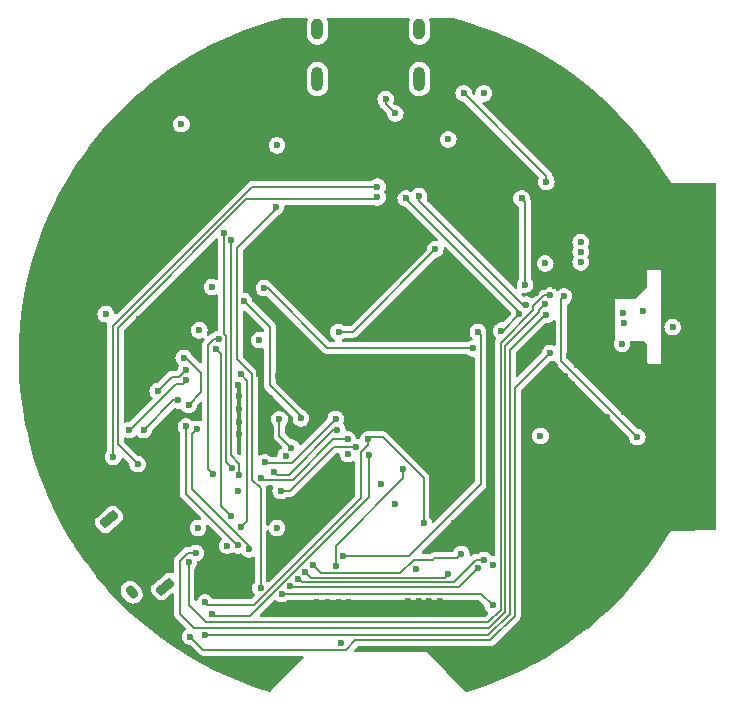
<source format=gbr>
%TF.GenerationSoftware,KiCad,Pcbnew,8.0.1*%
%TF.CreationDate,2024-05-30T22:25:26-04:00*%
%TF.ProjectId,esp32s3,65737033-3273-4332-9e6b-696361645f70,rev?*%
%TF.SameCoordinates,Original*%
%TF.FileFunction,Copper,L4,Bot*%
%TF.FilePolarity,Positive*%
%FSLAX46Y46*%
G04 Gerber Fmt 4.6, Leading zero omitted, Abs format (unit mm)*
G04 Created by KiCad (PCBNEW 8.0.1) date 2024-05-30 22:25:26*
%MOMM*%
%LPD*%
G01*
G04 APERTURE LIST*
G04 Aperture macros list*
%AMRoundRect*
0 Rectangle with rounded corners*
0 $1 Rounding radius*
0 $2 $3 $4 $5 $6 $7 $8 $9 X,Y pos of 4 corners*
0 Add a 4 corners polygon primitive as box body*
4,1,4,$2,$3,$4,$5,$6,$7,$8,$9,$2,$3,0*
0 Add four circle primitives for the rounded corners*
1,1,$1+$1,$2,$3*
1,1,$1+$1,$4,$5*
1,1,$1+$1,$6,$7*
1,1,$1+$1,$8,$9*
0 Add four rect primitives between the rounded corners*
20,1,$1+$1,$2,$3,$4,$5,0*
20,1,$1+$1,$4,$5,$6,$7,0*
20,1,$1+$1,$6,$7,$8,$9,0*
20,1,$1+$1,$8,$9,$2,$3,0*%
%AMHorizOval*
0 Thick line with rounded ends*
0 $1 width*
0 $2 $3 position (X,Y) of the first rounded end (center of the circle)*
0 $4 $5 position (X,Y) of the second rounded end (center of the circle)*
0 Add line between two ends*
20,1,$1,$2,$3,$4,$5,0*
0 Add two circle primitives to create the rounded ends*
1,1,$1,$2,$3*
1,1,$1,$4,$5*%
G04 Aperture macros list end*
%TA.AperFunction,ComponentPad*%
%ADD10O,1.000000X2.100000*%
%TD*%
%TA.AperFunction,ComponentPad*%
%ADD11O,1.000000X1.800000*%
%TD*%
%TA.AperFunction,ComponentPad*%
%ADD12RoundRect,0.131234X-0.685064X-0.223988X-0.339545X-0.635761X0.685064X0.223988X0.339545X0.635761X0*%
%TD*%
%TA.AperFunction,ComponentPad*%
%ADD13HorizOval,0.800000X0.128558X-0.153209X-0.128558X0.153209X0*%
%TD*%
%TA.AperFunction,ViaPad*%
%ADD14C,0.600000*%
%TD*%
%TA.AperFunction,Conductor*%
%ADD15C,0.200000*%
%TD*%
G04 APERTURE END LIST*
D10*
%TO.P,J1,S1,SHIELD*%
%TO.N,unconnected-(J1-SHIELD-PadS1)_1*%
X134345000Y-48490000D03*
D11*
%TO.N,unconnected-(J1-SHIELD-PadS1)_2*%
X134345000Y-44290000D03*
D10*
%TO.N,unconnected-(J1-SHIELD-PadS1)_0*%
X125705000Y-48490000D03*
D11*
%TO.N,unconnected-(J1-SHIELD-PadS1)*%
X125705000Y-44290000D03*
%TD*%
D12*
%TO.P,SW1,4*%
%TO.N,N/C*%
X108068981Y-85781036D03*
%TO.P,SW1,3*%
X112832038Y-91457424D03*
D13*
%TO.P,SW1,2,2*%
%TO.N,GP0*%
X109986117Y-91939540D03*
%TO.P,SW1,1,1*%
%TO.N,GND*%
X107100000Y-88500000D03*
%TD*%
D14*
%TO.N,GND*%
X119000000Y-74400000D03*
X121000000Y-74800000D03*
X121700000Y-75500000D03*
X120900000Y-75800000D03*
X121500000Y-76600000D03*
X120900000Y-77400000D03*
X119100000Y-76400000D03*
X119100000Y-77500000D03*
X119100000Y-78500000D03*
X119100000Y-75300000D03*
X121900000Y-89200000D03*
%TO.N,+3V3*%
X151500000Y-70900000D03*
X115600000Y-86500000D03*
X119000000Y-83400000D03*
%TO.N,GND*%
X145800000Y-87600000D03*
X145800000Y-86700000D03*
X152000000Y-87200000D03*
X152000000Y-86300000D03*
X145600000Y-81400000D03*
X145000000Y-80800000D03*
X143300000Y-72300000D03*
X143400000Y-71300000D03*
X155500000Y-73600000D03*
X156000000Y-72800000D03*
X156200000Y-71500000D03*
X157400000Y-67800000D03*
X156700000Y-66300000D03*
X156300000Y-64100000D03*
X155500000Y-63600000D03*
X154200000Y-62500000D03*
X150800000Y-61300000D03*
X149900000Y-61100000D03*
X144600000Y-73900000D03*
X145100000Y-73200000D03*
X145300000Y-74400000D03*
X145300000Y-75800000D03*
%TO.N,GP0*%
X122500000Y-77300000D03*
X123500000Y-79700000D03*
%TO.N,GND*%
X147900000Y-69600000D03*
X148800000Y-69600000D03*
X149700000Y-69600000D03*
X147900000Y-68800000D03*
X148800000Y-68800000D03*
X149700000Y-68800000D03*
X149700000Y-68000000D03*
X148800000Y-68000000D03*
X147900000Y-68000000D03*
%TO.N,LCD_CS*%
X130000000Y-79000000D03*
%TO.N,LCD_RST*%
X130050000Y-80300000D03*
%TO.N,GND*%
X114000000Y-50900000D03*
X114700000Y-50400000D03*
X114000000Y-49100000D03*
X114000000Y-50000000D03*
X114000000Y-48200000D03*
X114700000Y-48600000D03*
X114700000Y-49500000D03*
X114700000Y-47700000D03*
X107600000Y-60800000D03*
X108500000Y-60800000D03*
X106700000Y-60800000D03*
X107100000Y-60100000D03*
X108000000Y-60100000D03*
X106200000Y-60100000D03*
X103600000Y-68100000D03*
X104500000Y-68100000D03*
X102700000Y-68100000D03*
X103100000Y-67400000D03*
X104000000Y-67400000D03*
X102200000Y-67400000D03*
X110600000Y-75000000D03*
X110600000Y-74100000D03*
X110600000Y-75900000D03*
X109900000Y-75500000D03*
X109900000Y-74600000D03*
X109900000Y-76400000D03*
X125500000Y-72700000D03*
X126400000Y-72700000D03*
X124600000Y-72700000D03*
X125000000Y-72000000D03*
X125900000Y-72000000D03*
X115500000Y-56900000D03*
X114800000Y-58300000D03*
X115500000Y-57800000D03*
X114800000Y-57400000D03*
X114800000Y-60100000D03*
X114800000Y-59200000D03*
X115500000Y-59600000D03*
X115500000Y-58700000D03*
X144300000Y-90100000D03*
X143600000Y-91500000D03*
X144300000Y-91000000D03*
X143600000Y-90600000D03*
X143600000Y-93300000D03*
X143600000Y-92400000D03*
X144300000Y-92800000D03*
X144300000Y-91900000D03*
X145800000Y-83100000D03*
X145100000Y-84500000D03*
X145800000Y-84000000D03*
X145100000Y-83600000D03*
X145100000Y-86300000D03*
X145100000Y-85400000D03*
X145800000Y-85800000D03*
X145800000Y-84900000D03*
X152700000Y-82200000D03*
X152000000Y-83600000D03*
X152700000Y-83100000D03*
X152000000Y-82700000D03*
X152000000Y-85400000D03*
X152000000Y-84500000D03*
X152700000Y-84900000D03*
X152700000Y-84000000D03*
X153300000Y-62300000D03*
X156000000Y-64900000D03*
X153500000Y-63400000D03*
X154500000Y-63400000D03*
X142100000Y-60900000D03*
X141400000Y-62300000D03*
X142100000Y-61800000D03*
X141400000Y-61400000D03*
X141400000Y-64100000D03*
X141400000Y-63200000D03*
X142100000Y-63600000D03*
X142100000Y-62700000D03*
X127400000Y-54800000D03*
X126700000Y-56200000D03*
X127400000Y-55700000D03*
X126700000Y-55300000D03*
X127400000Y-56600000D03*
X124000000Y-45800000D03*
X122600000Y-45100000D03*
X123100000Y-45800000D03*
X123500000Y-45100000D03*
X120800000Y-45100000D03*
X121700000Y-45100000D03*
X121300000Y-45800000D03*
X122200000Y-45800000D03*
X135400000Y-53600000D03*
X134000000Y-52900000D03*
X134500000Y-53600000D03*
X134900000Y-52900000D03*
X132200000Y-52900000D03*
X133100000Y-52900000D03*
X132700000Y-53600000D03*
X133600000Y-53600000D03*
X138900000Y-56900000D03*
X137500000Y-56200000D03*
X138000000Y-56900000D03*
X138400000Y-56200000D03*
X135700000Y-56200000D03*
X136600000Y-56200000D03*
X136200000Y-56900000D03*
X137100000Y-56900000D03*
X126700000Y-60500000D03*
X125300000Y-59800000D03*
X125800000Y-60500000D03*
X126200000Y-59800000D03*
X123500000Y-59800000D03*
X124400000Y-59800000D03*
X124000000Y-60500000D03*
X124900000Y-60500000D03*
X136700000Y-69500000D03*
X135300000Y-68800000D03*
X135800000Y-69500000D03*
X136200000Y-68800000D03*
X133500000Y-68800000D03*
X134400000Y-68800000D03*
X134000000Y-69500000D03*
X134900000Y-69500000D03*
X136900000Y-79600000D03*
X135500000Y-78900000D03*
X136000000Y-79600000D03*
X136400000Y-78900000D03*
X133700000Y-78900000D03*
X134600000Y-78900000D03*
X134200000Y-79600000D03*
X135100000Y-79600000D03*
X140500000Y-86800000D03*
X139100000Y-86100000D03*
X139600000Y-86800000D03*
X140000000Y-86100000D03*
X137300000Y-86100000D03*
X138200000Y-86100000D03*
X137800000Y-86800000D03*
X138700000Y-86800000D03*
X136600000Y-93400000D03*
X135200000Y-92700000D03*
X135700000Y-93400000D03*
X136100000Y-92700000D03*
X133400000Y-92700000D03*
X134300000Y-92700000D03*
X133900000Y-93400000D03*
X134800000Y-93400000D03*
X128900000Y-93500000D03*
X127500000Y-92800000D03*
X128000000Y-93500000D03*
X128400000Y-92800000D03*
X125700000Y-92800000D03*
X126600000Y-92800000D03*
X126200000Y-93500000D03*
X127100000Y-93500000D03*
X112900000Y-83800000D03*
X111500000Y-83100000D03*
X112000000Y-83800000D03*
X112400000Y-83100000D03*
X109700000Y-83100000D03*
X110600000Y-83100000D03*
X110200000Y-83800000D03*
X111100000Y-83800000D03*
X107100000Y-77300000D03*
X105700000Y-76600000D03*
X106200000Y-77300000D03*
X106600000Y-76600000D03*
X103900000Y-76600000D03*
X104800000Y-76600000D03*
X104400000Y-77300000D03*
X105300000Y-77300000D03*
X113800000Y-69500000D03*
X112400000Y-68800000D03*
X112900000Y-69500000D03*
X113300000Y-68800000D03*
X110600000Y-68800000D03*
X111500000Y-68800000D03*
X111100000Y-69500000D03*
X112000000Y-69500000D03*
X108600000Y-63900000D03*
X109100000Y-64600000D03*
X111800000Y-64600000D03*
X110900000Y-64600000D03*
X110000000Y-64600000D03*
X109500000Y-63900000D03*
X110400000Y-63900000D03*
X111300000Y-63900000D03*
X154500000Y-76300000D03*
X154200000Y-77300000D03*
X155000000Y-74500000D03*
X154100000Y-74500000D03*
X154500000Y-75400000D03*
X153300000Y-71400000D03*
X153200000Y-72300000D03*
X153900000Y-72900000D03*
X151800000Y-75600000D03*
X151200000Y-74500000D03*
X146600000Y-75400000D03*
X147300000Y-77700000D03*
X150700000Y-81700000D03*
X144900000Y-79800000D03*
X146700000Y-73600000D03*
X145900000Y-73800000D03*
X145800000Y-72800000D03*
X144100000Y-70800000D03*
X144300000Y-71700000D03*
X145200000Y-70700000D03*
X144200000Y-66600000D03*
X144900000Y-66100000D03*
%TO.N,Net-(U6-XTB)*%
X153300000Y-68100000D03*
%TO.N,GND*%
X113500000Y-78000000D03*
X113500000Y-77100000D03*
X122400000Y-73600000D03*
X120800000Y-73500000D03*
X122400000Y-76300000D03*
X121800000Y-78500000D03*
X120900000Y-78500000D03*
%TO.N,LoRa_NSS*%
X145400000Y-71700000D03*
%TO.N,GND*%
X126000000Y-77200000D03*
X127500000Y-81800000D03*
%TO.N,MOSI*%
X141300000Y-69800000D03*
%TO.N,+3V3*%
X145000000Y-64100000D03*
%TO.N,CHG_STAT*%
X139300000Y-69900000D03*
%TO.N,MOSI*%
X130800000Y-58500000D03*
X133200000Y-58600000D03*
%TO.N,MISO*%
X134300000Y-58400000D03*
X130800000Y-57600000D03*
%TO.N,+3V3*%
X139800000Y-49700000D03*
%TO.N,GPS_ON*%
X120900000Y-91600000D03*
X122200000Y-59300000D03*
%TO.N,+3V3*%
X134100000Y-90000000D03*
X123026085Y-80373915D03*
X148000000Y-63100000D03*
X140600000Y-89600000D03*
X144600000Y-78700000D03*
X122300000Y-86500000D03*
X128300971Y-80252441D03*
X148000000Y-62300000D03*
X115720000Y-69760000D03*
X122300000Y-54100000D03*
X118100000Y-88000000D03*
X120800000Y-70600000D03*
X136800000Y-53600000D03*
X114200000Y-52300000D03*
X148000000Y-64000000D03*
X107800000Y-68400000D03*
X116800000Y-66100000D03*
%TO.N,GPS_TXD*%
X118400000Y-62100000D03*
X119100000Y-82000000D03*
%TO.N,GPS_RXD*%
X118500000Y-81400000D03*
X117800000Y-61500000D03*
%TO.N,VCC*%
X138100000Y-49700000D03*
X145100000Y-57200000D03*
%TO.N,Net-(J1-CC1)*%
X131500000Y-50200000D03*
X132300000Y-51400000D03*
%TO.N,Net-(U6-XTB)*%
X151600000Y-68300000D03*
%TO.N,Net-(U6-XTA)*%
X155800000Y-69500000D03*
X151700000Y-69141158D03*
%TO.N,ANT_SW_CTRL*%
X146600000Y-66900000D03*
X152800000Y-78800000D03*
%TO.N,LCD_RST*%
X116800000Y-93800000D03*
%TO.N,LoRa_BUSY*%
X115400000Y-88600000D03*
X144974265Y-67574265D03*
%TO.N,LoRa_NSS*%
X114968081Y-95700000D03*
%TO.N,INT_MAG*%
X122701302Y-92101302D03*
X140550000Y-93050000D03*
%TO.N,+3V3*%
X132300000Y-84500000D03*
X131100000Y-82800000D03*
%TO.N,SCK*%
X138900000Y-71300000D03*
X117400000Y-70500000D03*
X121200000Y-66200000D03*
X116900000Y-81900000D03*
%TO.N,XL_INT1*%
X124100000Y-90800000D03*
X139800000Y-89200000D03*
%TO.N,LCD_CS*%
X134700000Y-86100000D03*
X116200000Y-92800000D03*
%TO.N,LCD_HSYNC*%
X127262500Y-77262500D03*
X121250000Y-80950000D03*
%TO.N,Net-(J5-Pin_12)*%
X122600000Y-83350000D03*
X128976515Y-79676429D03*
%TO.N,LoRa_RST*%
X116200000Y-95600000D03*
X145103260Y-68452940D03*
%TO.N,LCD_VSYNC*%
X122074925Y-81753431D03*
X127400000Y-78200000D03*
%TO.N,LoRa_DIO1*%
X114800000Y-89400000D03*
X145400000Y-66800000D03*
%TO.N,CHIP_PU*%
X124312500Y-77212500D03*
X119500000Y-67300000D03*
%TO.N,XL_INT0*%
X123401302Y-91401302D03*
X139300000Y-89900000D03*
%TO.N,Net-(J5-Pin_2)*%
X133000000Y-81500000D03*
X127300000Y-89700000D03*
%TO.N,LCD_DE*%
X128300000Y-79000000D03*
X120900000Y-82300000D03*
%TO.N,BAT_V*%
X127500000Y-69900000D03*
X135700000Y-62900000D03*
%TO.N,SDA*%
X114575000Y-77900000D03*
X137900000Y-88700000D03*
X125300000Y-89600000D03*
X119025735Y-87974265D03*
%TO.N,SCL*%
X124700000Y-90200000D03*
X136800000Y-90400000D03*
X119900000Y-88300000D03*
X115500000Y-78100000D03*
%TO.N,MISO*%
X143400000Y-67600000D03*
X108424265Y-80475735D03*
%TO.N,GPIO_INT*%
X119218611Y-73481389D03*
X119250000Y-86450000D03*
%TO.N,MOSI*%
X142792433Y-68407567D03*
X110500000Y-81100000D03*
%TO.N,SPI_IO1*%
X111000000Y-78200000D03*
X113900000Y-75700000D03*
%TO.N,SPI_IO2*%
X112200000Y-74900000D03*
X114600000Y-73100000D03*
%TO.N,SPI_IO0*%
X114800000Y-76100000D03*
X114400000Y-72100000D03*
%TO.N,SPI_CS0*%
X114600000Y-74000000D03*
X109800000Y-78200000D03*
%TO.N,GPIO_RST*%
X117150000Y-71350000D03*
X118400000Y-85500000D03*
%TO.N,CHG_STAT*%
X143000000Y-58600000D03*
X127900000Y-88900000D03*
X143300000Y-65900000D03*
%TO.N,GND*%
X152600000Y-77000000D03*
X118100000Y-90800000D03*
X145900000Y-75000000D03*
X146500000Y-82400000D03*
X152400000Y-62100000D03*
X155000000Y-72900000D03*
X117300000Y-91600000D03*
X152800000Y-76000000D03*
X122600000Y-84500000D03*
X147100000Y-81000000D03*
X147900000Y-71800000D03*
X147600000Y-76800000D03*
X149900000Y-82500000D03*
X149400000Y-62400000D03*
X117300000Y-90000000D03*
X155200000Y-71200000D03*
X145500000Y-76700000D03*
X148100000Y-83200000D03*
X151400000Y-80800000D03*
X147274997Y-82900000D03*
X147300000Y-88100000D03*
X147800000Y-80600000D03*
X146800000Y-76700000D03*
X153000000Y-81000000D03*
X152400000Y-80400000D03*
X151500000Y-81900000D03*
X156600000Y-67300000D03*
X148900000Y-78200000D03*
X154300000Y-64200000D03*
X146100000Y-65200000D03*
X153700000Y-75800000D03*
X147000000Y-71900000D03*
X153400000Y-64300000D03*
X151600000Y-61900000D03*
X150200000Y-84100000D03*
X146400000Y-81400000D03*
X156200000Y-68200000D03*
X151900000Y-66800000D03*
X150600000Y-80800000D03*
X147900000Y-82300000D03*
X147300000Y-84200000D03*
X127700000Y-96200000D03*
X147500000Y-61300000D03*
X146600000Y-63600000D03*
X146200000Y-77400000D03*
X150200000Y-77100000D03*
X155900000Y-70600000D03*
X149100000Y-61500000D03*
X141300000Y-59900000D03*
X152300000Y-65000000D03*
X146000000Y-80700000D03*
X150700000Y-82600000D03*
X147300000Y-76000000D03*
X153300000Y-77800000D03*
X154400000Y-73600000D03*
X153200000Y-65500000D03*
X153800000Y-79300000D03*
X155900000Y-65900000D03*
X147500000Y-78700000D03*
X145800000Y-66000000D03*
X145200000Y-77500000D03*
X147100000Y-81800000D03*
X145600000Y-82200000D03*
X157100000Y-68700000D03*
X149800000Y-80800000D03*
X155100000Y-65300000D03*
X152600000Y-64000000D03*
X153400000Y-80200000D03*
X118900000Y-91600000D03*
X146300000Y-64400000D03*
X153900000Y-78400000D03*
X152100000Y-81300000D03*
X147300000Y-74300000D03*
X155100000Y-64400000D03*
X146100000Y-76100000D03*
X155400000Y-72100000D03*
X150100000Y-64900000D03*
X149900000Y-81700000D03*
X156900000Y-69700000D03*
X153500000Y-76600000D03*
X147700000Y-72700000D03*
X150600000Y-83400000D03*
X150800000Y-62400000D03*
X152500000Y-66200000D03*
X118900000Y-90000000D03*
X152600000Y-62900000D03*
X151700000Y-76700000D03*
X148400000Y-61100000D03*
X149800000Y-83300000D03*
X146700000Y-62700000D03*
X150600000Y-77800000D03*
X147800000Y-81400000D03*
X155900000Y-66900000D03*
X146500000Y-74400000D03*
X150600000Y-75400000D03*
X147400000Y-75100000D03*
X150700000Y-73800000D03*
X146900000Y-61900000D03*
X155200000Y-66300000D03*
X150100000Y-62000000D03*
X156800000Y-70500000D03*
X150600000Y-88200000D03*
%TD*%
D15*
%TO.N,LCD_CS*%
X130000000Y-79501471D02*
X130000000Y-79000000D01*
X129400000Y-80101471D02*
X130000000Y-79501471D01*
X120371232Y-93000000D02*
X129400000Y-83971232D01*
X129400000Y-83971232D02*
X129400000Y-80101471D01*
X116400000Y-93000000D02*
X120371232Y-93000000D01*
X116200000Y-92800000D02*
X116400000Y-93000000D01*
%TO.N,LCD_RST*%
X116925000Y-93925000D02*
X116800000Y-93800000D01*
X120029075Y-93925000D02*
X116925000Y-93925000D01*
X130050000Y-83904075D02*
X120029075Y-93925000D01*
X130050000Y-80300000D02*
X130050000Y-83904075D01*
%TO.N,GPS_ON*%
X120200000Y-73500000D02*
X120200000Y-82448529D01*
X118900000Y-72200000D02*
X120200000Y-73500000D01*
X118900000Y-62767463D02*
X118900000Y-72200000D01*
X120900000Y-83148529D02*
X120900000Y-91600000D01*
X122200000Y-59467463D02*
X118900000Y-62767463D01*
X122200000Y-59300000D02*
X122200000Y-59467463D01*
X120200000Y-82448529D02*
X120900000Y-83148529D01*
%TO.N,MOSI*%
X142792433Y-68206053D02*
X142792433Y-68407567D01*
X133200000Y-58613620D02*
X142792433Y-68206053D01*
X133200000Y-58600000D02*
X133200000Y-58613620D01*
%TO.N,MISO*%
X134300000Y-58800000D02*
X143100000Y-67600000D01*
X134300000Y-58400000D02*
X134300000Y-58800000D01*
X143100000Y-67600000D02*
X143400000Y-67600000D01*
%TO.N,Net-(J1-CC1)*%
X131500000Y-50600000D02*
X132300000Y-51400000D01*
X131500000Y-50200000D02*
X131500000Y-50600000D01*
%TO.N,BAT_V*%
X128700000Y-69900000D02*
X135700000Y-62900000D01*
X127500000Y-69900000D02*
X128700000Y-69900000D01*
%TO.N,CHIP_PU*%
X121700000Y-74425000D02*
X121700000Y-69500000D01*
X124312500Y-77212500D02*
X124312500Y-77037500D01*
X124312500Y-77037500D02*
X121700000Y-74425000D01*
X121700000Y-69500000D02*
X119500000Y-67300000D01*
%TO.N,GPS_TXD*%
X119100000Y-81057537D02*
X119100000Y-82000000D01*
X118400000Y-80357537D02*
X119100000Y-81057537D01*
X118400000Y-62100000D02*
X118400000Y-80357537D01*
%TO.N,GPS_RXD*%
X118000000Y-80900000D02*
X118500000Y-81400000D01*
X118000000Y-70251471D02*
X118000000Y-80900000D01*
X117800000Y-70051471D02*
X118000000Y-70251471D01*
X117800000Y-61500000D02*
X117800000Y-70051471D01*
%TO.N,GP0*%
X122500000Y-78700000D02*
X123500000Y-79700000D01*
X122500000Y-77300000D02*
X122500000Y-78700000D01*
%TO.N,LoRa_NSS*%
X142425000Y-74675000D02*
X145400000Y-71700000D01*
X140339520Y-96000000D02*
X142425000Y-93914520D01*
X128100000Y-96800000D02*
X128900000Y-96000000D01*
X128900000Y-96000000D02*
X140339520Y-96000000D01*
X116068081Y-96800000D02*
X128100000Y-96800000D01*
X114968081Y-95700000D02*
X116068081Y-96800000D01*
X142425000Y-93914520D02*
X142425000Y-74675000D01*
%TO.N,LoRa_RST*%
X140173835Y-95600000D02*
X116200000Y-95600000D01*
X142025000Y-93748835D02*
X140173835Y-95600000D01*
X142025000Y-71392261D02*
X142025000Y-93748835D01*
X145103260Y-68452940D02*
X144964321Y-68452940D01*
X144964321Y-68452940D02*
X142025000Y-71392261D01*
%TO.N,LoRa_BUSY*%
X114751471Y-88600000D02*
X115400000Y-88600000D01*
X114075000Y-89276471D02*
X114751471Y-88600000D01*
X114075000Y-93775000D02*
X114075000Y-89276471D01*
X115275000Y-94975000D02*
X114075000Y-93775000D01*
X140233149Y-94975000D02*
X115275000Y-94975000D01*
X141625000Y-93583149D02*
X140233149Y-94975000D01*
X144503260Y-68219963D02*
X141625000Y-71098223D01*
X141625000Y-71098223D02*
X141625000Y-93583149D01*
X144503260Y-68045270D02*
X144503260Y-68219963D01*
X144974265Y-67574265D02*
X144503260Y-68045270D01*
%TO.N,LoRa_DIO1*%
X114800000Y-93000000D02*
X114800000Y-89400000D01*
X140142463Y-94500000D02*
X116300000Y-94500000D01*
X144000000Y-68048529D02*
X141225000Y-70823529D01*
X141225000Y-93417463D02*
X140142463Y-94500000D01*
X116300000Y-94500000D02*
X114800000Y-93000000D01*
X144000000Y-67700000D02*
X144000000Y-68048529D01*
X144900000Y-66800000D02*
X144000000Y-67700000D01*
X141225000Y-70823529D02*
X141225000Y-93417463D01*
X145400000Y-66800000D02*
X144900000Y-66800000D01*
%TO.N,ANT_SW_CTRL*%
X146375000Y-72375000D02*
X152800000Y-78800000D01*
X146375000Y-67125000D02*
X146375000Y-72375000D01*
X146600000Y-66900000D02*
X146375000Y-67125000D01*
%TO.N,SCK*%
X121500000Y-66200000D02*
X121200000Y-66200000D01*
X126543127Y-71243127D02*
X121500000Y-66200000D01*
X138843127Y-71243127D02*
X126543127Y-71243127D01*
X138900000Y-71300000D02*
X138843127Y-71243127D01*
%TO.N,CHG_STAT*%
X133442463Y-88900000D02*
X127900000Y-88900000D01*
X139527400Y-82815063D02*
X133442463Y-88900000D01*
X139527400Y-70127400D02*
X139527400Y-82815063D01*
X139300000Y-69900000D02*
X139527400Y-70127400D01*
%TO.N,MOSI*%
X141400000Y-69800000D02*
X141300000Y-69800000D01*
X142792433Y-68407567D02*
X141400000Y-69800000D01*
%TO.N,SCL*%
X125200000Y-90700000D02*
X124700000Y-90200000D01*
X136800000Y-90400000D02*
X136500000Y-90700000D01*
X136500000Y-90700000D02*
X125200000Y-90700000D01*
%TO.N,XL_INT0*%
X123500000Y-91500000D02*
X123401302Y-91401302D01*
X137700000Y-91500000D02*
X123500000Y-91500000D01*
X139300000Y-89900000D02*
X137700000Y-91500000D01*
%TO.N,XL_INT1*%
X137251471Y-91100000D02*
X124400000Y-91100000D01*
X139151471Y-89200000D02*
X137251471Y-91100000D01*
X139800000Y-89200000D02*
X139151471Y-89200000D01*
X124400000Y-91100000D02*
X124100000Y-90800000D01*
%TO.N,SDA*%
X137542463Y-89057537D02*
X135617463Y-89057537D01*
X137900000Y-88700000D02*
X137542463Y-89057537D01*
X135617463Y-89057537D02*
X135500000Y-89175000D01*
%TO.N,INT_MAG*%
X122702604Y-92100000D02*
X122701302Y-92101302D01*
X139600000Y-92100000D02*
X122702604Y-92100000D01*
X140550000Y-93050000D02*
X139600000Y-92100000D01*
%TO.N,XL_INT0*%
X123320061Y-91401302D02*
X123401302Y-91401302D01*
X123270323Y-91451040D02*
X123320061Y-91401302D01*
%TO.N,SDA*%
X133851471Y-89175000D02*
X135500000Y-89175000D01*
X135500000Y-89175000D02*
X135507537Y-89175000D01*
X132726471Y-90300000D02*
X133851471Y-89175000D01*
X126000000Y-90300000D02*
X132726471Y-90300000D01*
X125300000Y-89600000D02*
X126000000Y-90300000D01*
%TO.N,Net-(J5-Pin_2)*%
X133000000Y-82300000D02*
X133000000Y-81500000D01*
X127300000Y-88000000D02*
X133000000Y-82300000D01*
X127300000Y-89700000D02*
X127300000Y-88000000D01*
%TO.N,GPIO_RST*%
X117575000Y-84675000D02*
X117575000Y-71775000D01*
X117575000Y-71775000D02*
X117150000Y-71350000D01*
X118400000Y-85500000D02*
X117575000Y-84675000D01*
%TO.N,GPIO_INT*%
X119750000Y-85950000D02*
X119750000Y-74012778D01*
X119250000Y-86450000D02*
X119750000Y-85950000D01*
X119750000Y-74012778D02*
X119218611Y-73481389D01*
%TO.N,SDA*%
X118939967Y-87974265D02*
X114575000Y-83609298D01*
X119025735Y-87974265D02*
X118939967Y-87974265D01*
X114575000Y-83609298D02*
X114575000Y-77900000D01*
%TO.N,SCL*%
X115100000Y-83200000D02*
X115100000Y-78500000D01*
X119900000Y-88000000D02*
X115100000Y-83200000D01*
X119900000Y-88300000D02*
X119900000Y-88000000D01*
X115100000Y-78500000D02*
X115500000Y-78100000D01*
%TO.N,Net-(J5-Pin_12)*%
X128952527Y-79652441D02*
X128976515Y-79676429D01*
X123402390Y-83350000D02*
X127099949Y-79652441D01*
X127099949Y-79652441D02*
X128952527Y-79652441D01*
X122600000Y-83350000D02*
X123402390Y-83350000D01*
%TO.N,LCD_DE*%
X127009928Y-79000000D02*
X128300000Y-79000000D01*
X121000000Y-82400000D02*
X123609928Y-82400000D01*
X120900000Y-82300000D02*
X121000000Y-82400000D01*
X123609928Y-82400000D02*
X127009928Y-79000000D01*
%TO.N,SCK*%
X116475000Y-70982537D02*
X116957537Y-70500000D01*
X116475000Y-81475000D02*
X116475000Y-70982537D01*
X116957537Y-70500000D02*
X117400000Y-70500000D01*
X116900000Y-81900000D02*
X116475000Y-81475000D01*
%TO.N,SPI_IO1*%
X113900000Y-75700000D02*
X113500000Y-75700000D01*
X113500000Y-75700000D02*
X111000000Y-78200000D01*
%TO.N,SPI_IO0*%
X115875021Y-73352608D02*
X114622413Y-72100000D01*
X114622413Y-72100000D02*
X114400000Y-72100000D01*
X115875021Y-75024979D02*
X115875021Y-73352608D01*
X114800000Y-76100000D02*
X115875021Y-75024979D01*
%TO.N,SPI_CS0*%
X114300000Y-74300000D02*
X113742463Y-74300000D01*
X113742463Y-74300000D02*
X109842463Y-78200000D01*
X114600000Y-74000000D02*
X114300000Y-74300000D01*
X109842463Y-78200000D02*
X109800000Y-78200000D01*
%TO.N,SPI_IO2*%
X113400000Y-73700000D02*
X112200000Y-74900000D01*
X114000000Y-73700000D02*
X113400000Y-73700000D01*
X114600000Y-73100000D02*
X114000000Y-73700000D01*
%TO.N,LCD_VSYNC*%
X122321494Y-82000000D02*
X123267464Y-82000000D01*
X123267464Y-82000000D02*
X127067464Y-78200000D01*
X122074925Y-81753431D02*
X122321494Y-82000000D01*
X127067464Y-78200000D02*
X127400000Y-78200000D01*
%TO.N,LCD_HSYNC*%
X123525000Y-81000000D02*
X127262500Y-77262500D01*
X121300000Y-81000000D02*
X123525000Y-81000000D01*
X121250000Y-80950000D02*
X121300000Y-81000000D01*
%TO.N,LCD_CS*%
X130200000Y-78800000D02*
X130000000Y-79000000D01*
X131242463Y-78800000D02*
X130200000Y-78800000D01*
X134700000Y-82257537D02*
X131242463Y-78800000D01*
X134700000Y-86100000D02*
X134700000Y-82257537D01*
%TO.N,MOSI*%
X130625000Y-58675000D02*
X130800000Y-58500000D01*
X119690686Y-58675000D02*
X130625000Y-58675000D01*
%TO.N,MISO*%
X121375000Y-57600000D02*
X130800000Y-57600000D01*
X120200000Y-57600000D02*
X121375000Y-57600000D01*
%TO.N,CHG_STAT*%
X143000000Y-58600000D02*
X143300000Y-58900000D01*
X143300000Y-58900000D02*
X143300000Y-65900000D01*
%TO.N,VCC*%
X145100000Y-56700000D02*
X138100000Y-49700000D01*
X145100000Y-57200000D02*
X145100000Y-56700000D01*
%TO.N,MISO*%
X108424265Y-80475735D02*
X108424265Y-69375735D01*
X108424265Y-69375735D02*
X120200000Y-57600000D01*
%TO.N,MOSI*%
X108824265Y-69541421D02*
X119690686Y-58675000D01*
X110500000Y-81100000D02*
X108824265Y-79424265D01*
X108824265Y-79424265D02*
X108824265Y-69541421D01*
%TD*%
%TA.AperFunction,Conductor*%
%TO.N,GND*%
G36*
X124855944Y-43320185D02*
G01*
X124901699Y-43372989D01*
X124911643Y-43442147D01*
X124903466Y-43471952D01*
X124839106Y-43627332D01*
X124839103Y-43627341D01*
X124804500Y-43801304D01*
X124804500Y-44778695D01*
X124839103Y-44952658D01*
X124839106Y-44952667D01*
X124906983Y-45116540D01*
X124906990Y-45116553D01*
X125005535Y-45264034D01*
X125005538Y-45264038D01*
X125130961Y-45389461D01*
X125130965Y-45389464D01*
X125278446Y-45488009D01*
X125278459Y-45488016D01*
X125372970Y-45527163D01*
X125442334Y-45555894D01*
X125442336Y-45555894D01*
X125442341Y-45555896D01*
X125616304Y-45590499D01*
X125616307Y-45590500D01*
X125616309Y-45590500D01*
X125793693Y-45590500D01*
X125793694Y-45590499D01*
X125851682Y-45578964D01*
X125967658Y-45555896D01*
X125967661Y-45555894D01*
X125967666Y-45555894D01*
X126131547Y-45488013D01*
X126279035Y-45389464D01*
X126404464Y-45264035D01*
X126503013Y-45116547D01*
X126570894Y-44952666D01*
X126605500Y-44778691D01*
X126605500Y-43801309D01*
X126605500Y-43801306D01*
X126605499Y-43801304D01*
X126570896Y-43627341D01*
X126570893Y-43627332D01*
X126506534Y-43471952D01*
X126499065Y-43402482D01*
X126530341Y-43340003D01*
X126590430Y-43304352D01*
X126621095Y-43300500D01*
X129998961Y-43300500D01*
X129999577Y-43300502D01*
X133422476Y-43317517D01*
X133489414Y-43337534D01*
X133534906Y-43390565D01*
X133544506Y-43459772D01*
X133536419Y-43488966D01*
X133479106Y-43627334D01*
X133479105Y-43627338D01*
X133479104Y-43627341D01*
X133479103Y-43627341D01*
X133444500Y-43801304D01*
X133444500Y-44778695D01*
X133479103Y-44952658D01*
X133479106Y-44952667D01*
X133546983Y-45116540D01*
X133546990Y-45116553D01*
X133645535Y-45264034D01*
X133645538Y-45264038D01*
X133770961Y-45389461D01*
X133770965Y-45389464D01*
X133918446Y-45488009D01*
X133918459Y-45488016D01*
X134012970Y-45527163D01*
X134082334Y-45555894D01*
X134082336Y-45555894D01*
X134082341Y-45555896D01*
X134256304Y-45590499D01*
X134256307Y-45590500D01*
X134256309Y-45590500D01*
X134433693Y-45590500D01*
X134433694Y-45590499D01*
X134491682Y-45578964D01*
X134607658Y-45555896D01*
X134607661Y-45555894D01*
X134607666Y-45555894D01*
X134771547Y-45488013D01*
X134919035Y-45389464D01*
X135044464Y-45264035D01*
X135143013Y-45116547D01*
X135210894Y-44952666D01*
X135245500Y-44778691D01*
X135245500Y-43801309D01*
X135245500Y-43801306D01*
X135245499Y-43801304D01*
X135210896Y-43627341D01*
X135210893Y-43627332D01*
X135157391Y-43498165D01*
X135149922Y-43428696D01*
X135181197Y-43366217D01*
X135241287Y-43330565D01*
X135272560Y-43326715D01*
X137135218Y-43335975D01*
X137166560Y-43340164D01*
X138110466Y-43592035D01*
X138114578Y-43593210D01*
X138924212Y-43839746D01*
X139094421Y-43891575D01*
X139098528Y-43892904D01*
X140067379Y-44225192D01*
X140071438Y-44226663D01*
X141028163Y-44592488D01*
X141032168Y-44594100D01*
X141975556Y-44992998D01*
X141979496Y-44994745D01*
X142908464Y-45426259D01*
X142912297Y-45428122D01*
X143265139Y-45607208D01*
X143825682Y-45891714D01*
X143829498Y-45893735D01*
X144726168Y-46388829D01*
X144729873Y-46390960D01*
X145608785Y-46916979D01*
X145612400Y-46919228D01*
X146472497Y-47475544D01*
X146476069Y-47477945D01*
X146761994Y-47677334D01*
X147316195Y-48063805D01*
X147319693Y-48066335D01*
X148138967Y-48681124D01*
X148142364Y-48683767D01*
X148939721Y-49326689D01*
X148943028Y-49329452D01*
X149570003Y-49872070D01*
X149717523Y-49999741D01*
X149720728Y-50002614D01*
X150105503Y-50359789D01*
X150471415Y-50699455D01*
X150474528Y-50702447D01*
X150829089Y-51055336D01*
X151159943Y-51384629D01*
X151200507Y-51425001D01*
X151203507Y-51428093D01*
X151903902Y-52175490D01*
X151906768Y-52178657D01*
X152421646Y-52767927D01*
X152580719Y-52949983D01*
X152583503Y-52953283D01*
X153230190Y-53747594D01*
X153232857Y-53750989D01*
X153851500Y-54567329D01*
X153854047Y-54570815D01*
X153987161Y-54759790D01*
X154413003Y-55364337D01*
X154443888Y-55408182D01*
X154446312Y-55411754D01*
X155006637Y-56269135D01*
X155008936Y-56272789D01*
X155539558Y-57149954D01*
X155540845Y-57152132D01*
X155562886Y-57190306D01*
X155564090Y-57192102D01*
X155564136Y-57192182D01*
X155564137Y-57192183D01*
X155590855Y-57216094D01*
X155595843Y-57220814D01*
X155615489Y-57240460D01*
X155615492Y-57240462D01*
X155621938Y-57245408D01*
X155621798Y-57245590D01*
X155632360Y-57253239D01*
X155635067Y-57255662D01*
X155635068Y-57255662D01*
X155635069Y-57255663D01*
X155649658Y-57262105D01*
X155657668Y-57265643D01*
X155669577Y-57271688D01*
X155670239Y-57272070D01*
X155684011Y-57280021D01*
X155690569Y-57281778D01*
X155708573Y-57288122D01*
X155722146Y-57294116D01*
X155735615Y-57295490D01*
X155755111Y-57299072D01*
X155760438Y-57300500D01*
X155778402Y-57300500D01*
X155790991Y-57301141D01*
X155816842Y-57303779D01*
X155816842Y-57303778D01*
X155816843Y-57303779D01*
X155818369Y-57303449D01*
X155819121Y-57303288D01*
X155845267Y-57300500D01*
X159375500Y-57300500D01*
X159442539Y-57320185D01*
X159488294Y-57372989D01*
X159499500Y-57424500D01*
X159499500Y-86577509D01*
X159479815Y-86644548D01*
X159427011Y-86690303D01*
X159376088Y-86701508D01*
X155877243Y-86718112D01*
X155850521Y-86715328D01*
X155849232Y-86715050D01*
X155849225Y-86715049D01*
X155822371Y-86717790D01*
X155810379Y-86718430D01*
X155791553Y-86718520D01*
X155791402Y-86718521D01*
X155791400Y-86718521D01*
X155791396Y-86718522D01*
X155787055Y-86719707D01*
X155767005Y-86723440D01*
X155754536Y-86724713D01*
X155754528Y-86724715D01*
X155740026Y-86731119D01*
X155722617Y-86737302D01*
X155715077Y-86739361D01*
X155715069Y-86739364D01*
X155701544Y-86747258D01*
X155689147Y-86753588D01*
X155667460Y-86763166D01*
X155667453Y-86763171D01*
X155663984Y-86766276D01*
X155653100Y-86774198D01*
X155653159Y-86774274D01*
X155646735Y-86779251D01*
X155627880Y-86798285D01*
X155622486Y-86803414D01*
X155596524Y-86826650D01*
X155596518Y-86826657D01*
X155596345Y-86826956D01*
X155593338Y-86831466D01*
X155573247Y-86866649D01*
X155571612Y-86869428D01*
X155014142Y-87789247D01*
X155011726Y-87793074D01*
X154421258Y-88691628D01*
X154418704Y-88695365D01*
X153795822Y-89571792D01*
X153793133Y-89575433D01*
X153138684Y-90428539D01*
X153135864Y-90432079D01*
X152450714Y-91260733D01*
X152447766Y-91264168D01*
X151732853Y-92067239D01*
X151729783Y-92070564D01*
X150986001Y-92847048D01*
X150982811Y-92850259D01*
X150211229Y-93599039D01*
X150207923Y-93602132D01*
X149409479Y-94322298D01*
X149406064Y-94325267D01*
X149047216Y-94625925D01*
X148581895Y-95015789D01*
X148578397Y-95018614D01*
X147729562Y-95678610D01*
X147725938Y-95681323D01*
X146853604Y-96309884D01*
X146849884Y-96312463D01*
X145955180Y-96908777D01*
X145951369Y-96911218D01*
X145035488Y-97474487D01*
X145031590Y-97476787D01*
X144095763Y-98006254D01*
X144091783Y-98008410D01*
X143137295Y-98503353D01*
X143133240Y-98505363D01*
X142161300Y-98965150D01*
X142157174Y-98967011D01*
X141169086Y-99391028D01*
X141164894Y-99392737D01*
X140161987Y-99780412D01*
X140157736Y-99781966D01*
X139141399Y-100132762D01*
X139137095Y-100134161D01*
X138341042Y-100376794D01*
X138271176Y-100377510D01*
X138215506Y-100344126D01*
X135000001Y-97000000D01*
X135000000Y-97000000D01*
X128907176Y-97000000D01*
X128840137Y-96980315D01*
X128794382Y-96927511D01*
X128784438Y-96858353D01*
X128813463Y-96794797D01*
X128819495Y-96788319D01*
X129070995Y-96536819D01*
X129132318Y-96503334D01*
X129158676Y-96500500D01*
X140405410Y-96500500D01*
X140405412Y-96500500D01*
X140532706Y-96466392D01*
X140646834Y-96400500D01*
X142825500Y-94221834D01*
X142891392Y-94107706D01*
X142925500Y-93980413D01*
X142925500Y-93848628D01*
X142925500Y-78700000D01*
X143894355Y-78700000D01*
X143914859Y-78868869D01*
X143914860Y-78868874D01*
X143975182Y-79027931D01*
X143983658Y-79040210D01*
X144071817Y-79167929D01*
X144177505Y-79261560D01*
X144199150Y-79280736D01*
X144349773Y-79359789D01*
X144349775Y-79359790D01*
X144514944Y-79400500D01*
X144685056Y-79400500D01*
X144850225Y-79359790D01*
X144944958Y-79310070D01*
X145000849Y-79280736D01*
X145000850Y-79280734D01*
X145000852Y-79280734D01*
X145128183Y-79167929D01*
X145224818Y-79027930D01*
X145285140Y-78868872D01*
X145305645Y-78700000D01*
X145285140Y-78531128D01*
X145224818Y-78372070D01*
X145202826Y-78340210D01*
X145179073Y-78305797D01*
X145128183Y-78232071D01*
X145000852Y-78119266D01*
X145000849Y-78119263D01*
X144850226Y-78040210D01*
X144685056Y-77999500D01*
X144514944Y-77999500D01*
X144349773Y-78040210D01*
X144199150Y-78119263D01*
X144071816Y-78232072D01*
X143975182Y-78372068D01*
X143914860Y-78531125D01*
X143914859Y-78531130D01*
X143894355Y-78700000D01*
X142925500Y-78700000D01*
X142925500Y-74933676D01*
X142945185Y-74866637D01*
X142961819Y-74845995D01*
X145370995Y-72436819D01*
X145432318Y-72403334D01*
X145458676Y-72400500D01*
X145485056Y-72400500D01*
X145650225Y-72359790D01*
X145692874Y-72337405D01*
X145761381Y-72323680D01*
X145826435Y-72349172D01*
X145867380Y-72405787D01*
X145872060Y-72433013D01*
X145873439Y-72432832D01*
X145874500Y-72440891D01*
X145908608Y-72568187D01*
X145921202Y-72590000D01*
X145974500Y-72682314D01*
X145974502Y-72682316D01*
X152064396Y-78772210D01*
X152097881Y-78833533D01*
X152099811Y-78844943D01*
X152114859Y-78968870D01*
X152114860Y-78968875D01*
X152175182Y-79127930D01*
X152175182Y-79127931D01*
X152219370Y-79191947D01*
X152271817Y-79267929D01*
X152349578Y-79336819D01*
X152399150Y-79380736D01*
X152541241Y-79455311D01*
X152549775Y-79459790D01*
X152714944Y-79500500D01*
X152885056Y-79500500D01*
X153050225Y-79459790D01*
X153129692Y-79418081D01*
X153200849Y-79380736D01*
X153200850Y-79380734D01*
X153200852Y-79380734D01*
X153328183Y-79267929D01*
X153424818Y-79127930D01*
X153485140Y-78968872D01*
X153505645Y-78800000D01*
X153485140Y-78631128D01*
X153424818Y-78472070D01*
X153421789Y-78467682D01*
X153388368Y-78419263D01*
X153328183Y-78332071D01*
X153210632Y-78227930D01*
X153200849Y-78219263D01*
X153050226Y-78140210D01*
X152885056Y-78099500D01*
X152858676Y-78099500D01*
X152791637Y-78079815D01*
X152770995Y-78063181D01*
X146911819Y-72204005D01*
X146878334Y-72142682D01*
X146875500Y-72116324D01*
X146875500Y-70900000D01*
X150794355Y-70900000D01*
X150814859Y-71068869D01*
X150814860Y-71068874D01*
X150875182Y-71227931D01*
X150900040Y-71263943D01*
X150971817Y-71367929D01*
X151053406Y-71440210D01*
X151099150Y-71480736D01*
X151231962Y-71550441D01*
X151249775Y-71559790D01*
X151414944Y-71600500D01*
X151585056Y-71600500D01*
X151750225Y-71559790D01*
X151829692Y-71518081D01*
X151900849Y-71480736D01*
X151900850Y-71480734D01*
X151900852Y-71480734D01*
X152028183Y-71367929D01*
X152124818Y-71227930D01*
X152185140Y-71068872D01*
X152205645Y-70900000D01*
X152190946Y-70778945D01*
X152202406Y-70710024D01*
X152249310Y-70658237D01*
X152314042Y-70640000D01*
X153238638Y-70640000D01*
X153305677Y-70659685D01*
X153326319Y-70676319D01*
X153583681Y-70933681D01*
X153617166Y-70995004D01*
X153620000Y-71021362D01*
X153620000Y-72440000D01*
X153770000Y-72590000D01*
X154830000Y-72590000D01*
X154830000Y-69500000D01*
X155094355Y-69500000D01*
X155114859Y-69668869D01*
X155114860Y-69668874D01*
X155175182Y-69827931D01*
X155224928Y-69899999D01*
X155271817Y-69967929D01*
X155377446Y-70061508D01*
X155399150Y-70080736D01*
X155489071Y-70127930D01*
X155549775Y-70159790D01*
X155714944Y-70200500D01*
X155885056Y-70200500D01*
X156050225Y-70159790D01*
X156165097Y-70099500D01*
X156200849Y-70080736D01*
X156200850Y-70080734D01*
X156200852Y-70080734D01*
X156328183Y-69967929D01*
X156424818Y-69827930D01*
X156485140Y-69668872D01*
X156505645Y-69500000D01*
X156485140Y-69331128D01*
X156480641Y-69319266D01*
X156435221Y-69199500D01*
X156424818Y-69172070D01*
X156402826Y-69140210D01*
X156372770Y-69096666D01*
X156328183Y-69032071D01*
X156219373Y-68935674D01*
X156200849Y-68919263D01*
X156050226Y-68840210D01*
X155885056Y-68799500D01*
X155714944Y-68799500D01*
X155549773Y-68840210D01*
X155399150Y-68919263D01*
X155271816Y-69032072D01*
X155175182Y-69172068D01*
X155114860Y-69331125D01*
X155114859Y-69331130D01*
X155094355Y-69500000D01*
X154830000Y-69500000D01*
X154830000Y-64630000D01*
X153700000Y-64630000D01*
X153699999Y-64630000D01*
X153655800Y-64674199D01*
X153640568Y-66029455D01*
X153620131Y-66096269D01*
X153604257Y-66115742D01*
X152616319Y-67103681D01*
X152554996Y-67137166D01*
X152528638Y-67140000D01*
X150920000Y-67140000D01*
X150920000Y-68095218D01*
X150916397Y-68124894D01*
X150914859Y-68131131D01*
X150894355Y-68300000D01*
X150914859Y-68468869D01*
X150916397Y-68475107D01*
X150920000Y-68504783D01*
X150920000Y-70468499D01*
X150900315Y-70535538D01*
X150898051Y-70538938D01*
X150875182Y-70572069D01*
X150814860Y-70731125D01*
X150814859Y-70731130D01*
X150794355Y-70900000D01*
X146875500Y-70900000D01*
X146875500Y-67621484D01*
X146895185Y-67554445D01*
X146941873Y-67511688D01*
X147000852Y-67480734D01*
X147128183Y-67367929D01*
X147224818Y-67227930D01*
X147285140Y-67068872D01*
X147305645Y-66900000D01*
X147285140Y-66731128D01*
X147280641Y-66719266D01*
X147227755Y-66579815D01*
X147224818Y-66572070D01*
X147221958Y-66567927D01*
X147158160Y-66475500D01*
X147128183Y-66432071D01*
X147000852Y-66319266D01*
X147000849Y-66319263D01*
X146850226Y-66240210D01*
X146685056Y-66199500D01*
X146514944Y-66199500D01*
X146349773Y-66240210D01*
X146199150Y-66319264D01*
X146130286Y-66380272D01*
X146067052Y-66409993D01*
X145997789Y-66400809D01*
X145946010Y-66357897D01*
X145928184Y-66332072D01*
X145800849Y-66219263D01*
X145650226Y-66140210D01*
X145485056Y-66099500D01*
X145314944Y-66099500D01*
X145149773Y-66140210D01*
X144999150Y-66219264D01*
X144943782Y-66268316D01*
X144880549Y-66298037D01*
X144861555Y-66299500D01*
X144834107Y-66299500D01*
X144712552Y-66332069D01*
X144712553Y-66332070D01*
X144706814Y-66333607D01*
X144592686Y-66399500D01*
X144592683Y-66399502D01*
X144499498Y-66492688D01*
X143974627Y-67017557D01*
X143913304Y-67051042D01*
X143843612Y-67046058D01*
X143804721Y-67022693D01*
X143800852Y-67019266D01*
X143800850Y-67019264D01*
X143650226Y-66940210D01*
X143485056Y-66899500D01*
X143314944Y-66899500D01*
X143314942Y-66899500D01*
X143216272Y-66923819D01*
X143146470Y-66920749D01*
X143098917Y-66891103D01*
X142989833Y-66782019D01*
X142956348Y-66720696D01*
X142961332Y-66651004D01*
X143003204Y-66595071D01*
X143068668Y-66570654D01*
X143107188Y-66573940D01*
X143214944Y-66600500D01*
X143385056Y-66600500D01*
X143550225Y-66559790D01*
X143678080Y-66492686D01*
X143700849Y-66480736D01*
X143700850Y-66480734D01*
X143700852Y-66480734D01*
X143828183Y-66367929D01*
X143924818Y-66227930D01*
X143985140Y-66068872D01*
X144005645Y-65900000D01*
X143985140Y-65731128D01*
X143924818Y-65572070D01*
X143902826Y-65540210D01*
X143823922Y-65425898D01*
X143826186Y-65424334D01*
X143801961Y-65372774D01*
X143800500Y-65353796D01*
X143800500Y-64100000D01*
X144294355Y-64100000D01*
X144314859Y-64268869D01*
X144314860Y-64268874D01*
X144375182Y-64427931D01*
X144437475Y-64518177D01*
X144471817Y-64567929D01*
X144541881Y-64630000D01*
X144599150Y-64680736D01*
X144749773Y-64759789D01*
X144749775Y-64759790D01*
X144914944Y-64800500D01*
X145085056Y-64800500D01*
X145250225Y-64759790D01*
X145329692Y-64718081D01*
X145400849Y-64680736D01*
X145400850Y-64680734D01*
X145400852Y-64680734D01*
X145528183Y-64567929D01*
X145624818Y-64427930D01*
X145685140Y-64268872D01*
X145705645Y-64100000D01*
X145693503Y-64000000D01*
X147294355Y-64000000D01*
X147314859Y-64168869D01*
X147314860Y-64168874D01*
X147375182Y-64327931D01*
X147437475Y-64418177D01*
X147471817Y-64467929D01*
X147577505Y-64561560D01*
X147599150Y-64580736D01*
X147749773Y-64659789D01*
X147749775Y-64659790D01*
X147914944Y-64700500D01*
X148085056Y-64700500D01*
X148250225Y-64659790D01*
X148329692Y-64618081D01*
X148400849Y-64580736D01*
X148400850Y-64580734D01*
X148400852Y-64580734D01*
X148528183Y-64467929D01*
X148624818Y-64327930D01*
X148685140Y-64168872D01*
X148705645Y-64000000D01*
X148685140Y-63831128D01*
X148624818Y-63672070D01*
X148624816Y-63672068D01*
X148624816Y-63672066D01*
X148624815Y-63672065D01*
X148589181Y-63620441D01*
X148567297Y-63554087D01*
X148584762Y-63486435D01*
X148589181Y-63479559D01*
X148624815Y-63427934D01*
X148624816Y-63427933D01*
X148624817Y-63427931D01*
X148624818Y-63427930D01*
X148685140Y-63268872D01*
X148705645Y-63100000D01*
X148685140Y-62931128D01*
X148672398Y-62897531D01*
X148624817Y-62772068D01*
X148623697Y-62770446D01*
X148623241Y-62769066D01*
X148621329Y-62765421D01*
X148621934Y-62765103D01*
X148601811Y-62704093D01*
X148619272Y-62636440D01*
X148623697Y-62629554D01*
X148624817Y-62627931D01*
X148624816Y-62627931D01*
X148624818Y-62627930D01*
X148685140Y-62468872D01*
X148705645Y-62300000D01*
X148685140Y-62131128D01*
X148624818Y-61972070D01*
X148614539Y-61957179D01*
X148554069Y-61869573D01*
X148528183Y-61832071D01*
X148400852Y-61719266D01*
X148400849Y-61719263D01*
X148250226Y-61640210D01*
X148085056Y-61599500D01*
X147914944Y-61599500D01*
X147749773Y-61640210D01*
X147599150Y-61719263D01*
X147471816Y-61832072D01*
X147375182Y-61972068D01*
X147314860Y-62131125D01*
X147314859Y-62131130D01*
X147294355Y-62300000D01*
X147314859Y-62468869D01*
X147314860Y-62468874D01*
X147375182Y-62627931D01*
X147375186Y-62627937D01*
X147376312Y-62629569D01*
X147376767Y-62630951D01*
X147378669Y-62634574D01*
X147378066Y-62634890D01*
X147398189Y-62695925D01*
X147380718Y-62763576D01*
X147376312Y-62770431D01*
X147375186Y-62772062D01*
X147375182Y-62772068D01*
X147314860Y-62931125D01*
X147314859Y-62931130D01*
X147294355Y-63100000D01*
X147314859Y-63268869D01*
X147314860Y-63268874D01*
X147375182Y-63427931D01*
X147375185Y-63427936D01*
X147410819Y-63479561D01*
X147432702Y-63545915D01*
X147415236Y-63613567D01*
X147410819Y-63620439D01*
X147375185Y-63672063D01*
X147375182Y-63672068D01*
X147314860Y-63831125D01*
X147314859Y-63831130D01*
X147294355Y-64000000D01*
X145693503Y-64000000D01*
X145685140Y-63931128D01*
X145624818Y-63772070D01*
X145528183Y-63632071D01*
X145400852Y-63519266D01*
X145400849Y-63519263D01*
X145250226Y-63440210D01*
X145085056Y-63399500D01*
X144914944Y-63399500D01*
X144749773Y-63440210D01*
X144599150Y-63519263D01*
X144471816Y-63632072D01*
X144375182Y-63772068D01*
X144314860Y-63931125D01*
X144314859Y-63931130D01*
X144294355Y-64100000D01*
X143800500Y-64100000D01*
X143800500Y-58834110D01*
X143800500Y-58834108D01*
X143766392Y-58706814D01*
X143718545Y-58623942D01*
X143702839Y-58576895D01*
X143685140Y-58431128D01*
X143624818Y-58272070D01*
X143528183Y-58132071D01*
X143400852Y-58019266D01*
X143400849Y-58019263D01*
X143250226Y-57940210D01*
X143085056Y-57899500D01*
X142914944Y-57899500D01*
X142749773Y-57940210D01*
X142599150Y-58019263D01*
X142471816Y-58132072D01*
X142375182Y-58272068D01*
X142314860Y-58431125D01*
X142314859Y-58431130D01*
X142294355Y-58600000D01*
X142314859Y-58768869D01*
X142314860Y-58768874D01*
X142375182Y-58927931D01*
X142437475Y-59018177D01*
X142471817Y-59067929D01*
X142599148Y-59180734D01*
X142733127Y-59251052D01*
X142783338Y-59299635D01*
X142799500Y-59360847D01*
X142799500Y-65353796D01*
X142779815Y-65420835D01*
X142776015Y-65425854D01*
X142776078Y-65425898D01*
X142675182Y-65572068D01*
X142614860Y-65731125D01*
X142614859Y-65731130D01*
X142594355Y-65900000D01*
X142614859Y-66068869D01*
X142614859Y-66068870D01*
X142614860Y-66068872D01*
X142616632Y-66073544D01*
X142621998Y-66143207D01*
X142588849Y-66204712D01*
X142527711Y-66238533D01*
X142457993Y-66233931D01*
X142413008Y-66205194D01*
X134984512Y-58776698D01*
X134951027Y-58715375D01*
X134956011Y-58645683D01*
X134956251Y-58645046D01*
X134985139Y-58568875D01*
X134985140Y-58568870D01*
X135005645Y-58400000D01*
X134985140Y-58231128D01*
X134924818Y-58072070D01*
X134828183Y-57932071D01*
X134700852Y-57819266D01*
X134700849Y-57819263D01*
X134550226Y-57740210D01*
X134385056Y-57699500D01*
X134214944Y-57699500D01*
X134049773Y-57740210D01*
X133899150Y-57819263D01*
X133771816Y-57932071D01*
X133744574Y-57971538D01*
X133690290Y-58015527D01*
X133620841Y-58023185D01*
X133584899Y-58010892D01*
X133450226Y-57940210D01*
X133285056Y-57899500D01*
X133114944Y-57899500D01*
X132949773Y-57940210D01*
X132799150Y-58019263D01*
X132671816Y-58132072D01*
X132575182Y-58272068D01*
X132514860Y-58431125D01*
X132514859Y-58431130D01*
X132494355Y-58600000D01*
X132514859Y-58768869D01*
X132514860Y-58768874D01*
X132575182Y-58927931D01*
X132637475Y-59018177D01*
X132671817Y-59067929D01*
X132775506Y-59159789D01*
X132799150Y-59180736D01*
X132949773Y-59259789D01*
X132949775Y-59259790D01*
X133114944Y-59300500D01*
X133127704Y-59300500D01*
X133194743Y-59320185D01*
X133215385Y-59336819D01*
X135866385Y-61987819D01*
X135899870Y-62049142D01*
X135894886Y-62118834D01*
X135853014Y-62174767D01*
X135787550Y-62199184D01*
X135778704Y-62199500D01*
X135614944Y-62199500D01*
X135449773Y-62240210D01*
X135299150Y-62319263D01*
X135171816Y-62432072D01*
X135075182Y-62572068D01*
X135075182Y-62572069D01*
X135014860Y-62731124D01*
X135014859Y-62731129D01*
X134999811Y-62855055D01*
X134972188Y-62919233D01*
X134964396Y-62927788D01*
X128529005Y-69363181D01*
X128467682Y-69396666D01*
X128441324Y-69399500D01*
X128038445Y-69399500D01*
X127971406Y-69379815D01*
X127956218Y-69368316D01*
X127950422Y-69363181D01*
X127900852Y-69319266D01*
X127900850Y-69319265D01*
X127900849Y-69319264D01*
X127750226Y-69240210D01*
X127585056Y-69199500D01*
X127414944Y-69199500D01*
X127249773Y-69240210D01*
X127099150Y-69319263D01*
X127011781Y-69396666D01*
X126971821Y-69432068D01*
X126971816Y-69432072D01*
X126875182Y-69572068D01*
X126814860Y-69731125D01*
X126814859Y-69731130D01*
X126794355Y-69900000D01*
X126814859Y-70068869D01*
X126814860Y-70068874D01*
X126875182Y-70227931D01*
X126925272Y-70300497D01*
X126971817Y-70367929D01*
X127043782Y-70431684D01*
X127099150Y-70480736D01*
X127152681Y-70508831D01*
X127202893Y-70557415D01*
X127218868Y-70625434D01*
X127195533Y-70691292D01*
X127140297Y-70734079D01*
X127095055Y-70742627D01*
X126801803Y-70742627D01*
X126734764Y-70722942D01*
X126714122Y-70706308D01*
X121807316Y-65799502D01*
X121807314Y-65799500D01*
X121777317Y-65782181D01*
X121737269Y-65745235D01*
X121728183Y-65732071D01*
X121600852Y-65619266D01*
X121600849Y-65619263D01*
X121450226Y-65540210D01*
X121285056Y-65499500D01*
X121114944Y-65499500D01*
X120949773Y-65540210D01*
X120799150Y-65619263D01*
X120682638Y-65722484D01*
X120672882Y-65731128D01*
X120671816Y-65732072D01*
X120575182Y-65872068D01*
X120514860Y-66031125D01*
X120514859Y-66031130D01*
X120494355Y-66200000D01*
X120514859Y-66368869D01*
X120514860Y-66368874D01*
X120575182Y-66527931D01*
X120625274Y-66600500D01*
X120671817Y-66667929D01*
X120748711Y-66736051D01*
X120799150Y-66780736D01*
X120948626Y-66859187D01*
X120949775Y-66859790D01*
X121114944Y-66900500D01*
X121285056Y-66900500D01*
X121383727Y-66876180D01*
X121453528Y-66879249D01*
X121501082Y-66908896D01*
X126142627Y-71550441D01*
X126235813Y-71643627D01*
X126349941Y-71709519D01*
X126477235Y-71743627D01*
X138297359Y-71743627D01*
X138364398Y-71763312D01*
X138379586Y-71774812D01*
X138499147Y-71880733D01*
X138499149Y-71880735D01*
X138614591Y-71941324D01*
X138649775Y-71959790D01*
X138814944Y-72000500D01*
X138902900Y-72000500D01*
X138969939Y-72020185D01*
X139015694Y-72072989D01*
X139026900Y-72124500D01*
X139026900Y-82556386D01*
X139007215Y-82623425D01*
X138990581Y-82644067D01*
X135599692Y-86034955D01*
X135538369Y-86068440D01*
X135468677Y-86063456D01*
X135412744Y-86021584D01*
X135388915Y-85962219D01*
X135385140Y-85931128D01*
X135380641Y-85919266D01*
X135324817Y-85772068D01*
X135223922Y-85625898D01*
X135226186Y-85624334D01*
X135201961Y-85572774D01*
X135200500Y-85553796D01*
X135200500Y-82191647D01*
X135200500Y-82191645D01*
X135166392Y-82064351D01*
X135100500Y-81950223D01*
X135007314Y-81857037D01*
X131549777Y-78399500D01*
X131492713Y-78366554D01*
X131435650Y-78333608D01*
X131372002Y-78316554D01*
X131308355Y-78299500D01*
X130265893Y-78299500D01*
X130134108Y-78299500D01*
X130134106Y-78299500D01*
X130126049Y-78300561D01*
X130125676Y-78297728D01*
X130092789Y-78298044D01*
X130092503Y-78300404D01*
X130085057Y-78299500D01*
X130085056Y-78299500D01*
X129914944Y-78299500D01*
X129749773Y-78340210D01*
X129599150Y-78419263D01*
X129482638Y-78522484D01*
X129472882Y-78531128D01*
X129471816Y-78532072D01*
X129375182Y-78672068D01*
X129314860Y-78831125D01*
X129314859Y-78831130D01*
X129307299Y-78893391D01*
X129279676Y-78957569D01*
X129221741Y-78996625D01*
X129154528Y-78998840D01*
X129084010Y-78981459D01*
X129023629Y-78946303D01*
X128991841Y-78884083D01*
X128990589Y-78876007D01*
X128989723Y-78868872D01*
X128985140Y-78831128D01*
X128983499Y-78826802D01*
X128924817Y-78672068D01*
X128850142Y-78563884D01*
X128828183Y-78532071D01*
X128731259Y-78446204D01*
X128700849Y-78419263D01*
X128550226Y-78340210D01*
X128385056Y-78299500D01*
X128227581Y-78299500D01*
X128160542Y-78279815D01*
X128114787Y-78227011D01*
X128104485Y-78190447D01*
X128089723Y-78068872D01*
X128085140Y-78031128D01*
X128024818Y-77872070D01*
X127993839Y-77827190D01*
X127928183Y-77732071D01*
X127927121Y-77731130D01*
X127921454Y-77726110D01*
X127884326Y-77666923D01*
X127885092Y-77597057D01*
X127887725Y-77589354D01*
X127947640Y-77431372D01*
X127968145Y-77262500D01*
X127947640Y-77093628D01*
X127947638Y-77093624D01*
X127887317Y-76934568D01*
X127816568Y-76832072D01*
X127790683Y-76794571D01*
X127663352Y-76681766D01*
X127663349Y-76681763D01*
X127512726Y-76602710D01*
X127347556Y-76562000D01*
X127177444Y-76562000D01*
X127012273Y-76602710D01*
X126861650Y-76681763D01*
X126734316Y-76794572D01*
X126637682Y-76934568D01*
X126637682Y-76934569D01*
X126577360Y-77093624D01*
X126577359Y-77093629D01*
X126562311Y-77217556D01*
X126534688Y-77281734D01*
X126526896Y-77290289D01*
X124348503Y-79468682D01*
X124287180Y-79502167D01*
X124217488Y-79497183D01*
X124161555Y-79455311D01*
X124144883Y-79424979D01*
X124124818Y-79372070D01*
X124028183Y-79232071D01*
X123900852Y-79119266D01*
X123900849Y-79119263D01*
X123750226Y-79040210D01*
X123585056Y-78999500D01*
X123558676Y-78999500D01*
X123491637Y-78979815D01*
X123470995Y-78963181D01*
X123036819Y-78529005D01*
X123003334Y-78467682D01*
X123000500Y-78441324D01*
X123000500Y-77846204D01*
X123020185Y-77779165D01*
X123023985Y-77774146D01*
X123023922Y-77774103D01*
X123057048Y-77726111D01*
X123124818Y-77627930D01*
X123185140Y-77468872D01*
X123205645Y-77300000D01*
X123185140Y-77131128D01*
X123124818Y-76972070D01*
X123098933Y-76934570D01*
X123090476Y-76922318D01*
X123028183Y-76832071D01*
X122900852Y-76719266D01*
X122900849Y-76719263D01*
X122750226Y-76640210D01*
X122585056Y-76599500D01*
X122414944Y-76599500D01*
X122249773Y-76640210D01*
X122099150Y-76719263D01*
X121971816Y-76832072D01*
X121875182Y-76972068D01*
X121814860Y-77131125D01*
X121814859Y-77131130D01*
X121794355Y-77300000D01*
X121814859Y-77468869D01*
X121814860Y-77468874D01*
X121875182Y-77627931D01*
X121976078Y-77774103D01*
X121973807Y-77775670D01*
X121998034Y-77827190D01*
X121999500Y-77846204D01*
X121999500Y-78634108D01*
X121999500Y-78765892D01*
X122010190Y-78805788D01*
X122033608Y-78893187D01*
X122064275Y-78946303D01*
X122099500Y-79007314D01*
X122099502Y-79007316D01*
X122676668Y-79584482D01*
X122710153Y-79645805D01*
X122705169Y-79715497D01*
X122663297Y-79771430D01*
X122646614Y-79781959D01*
X122625234Y-79793180D01*
X122497901Y-79905987D01*
X122401267Y-80045983D01*
X122340945Y-80205040D01*
X122340944Y-80205045D01*
X122320440Y-80373915D01*
X122320440Y-80375500D01*
X122320112Y-80376616D01*
X122319536Y-80381361D01*
X122318747Y-80381265D01*
X122300755Y-80442539D01*
X122247951Y-80488294D01*
X122196440Y-80499500D01*
X121844883Y-80499500D01*
X121777844Y-80479815D01*
X121762656Y-80468315D01*
X121650852Y-80369266D01*
X121650850Y-80369264D01*
X121500226Y-80290210D01*
X121335056Y-80249500D01*
X121164944Y-80249500D01*
X120999773Y-80290210D01*
X120882126Y-80351957D01*
X120813618Y-80365683D01*
X120748564Y-80340191D01*
X120707620Y-80283575D01*
X120700500Y-80242161D01*
X120700500Y-73434110D01*
X120700500Y-73434108D01*
X120666392Y-73306814D01*
X120600500Y-73192686D01*
X120507314Y-73099500D01*
X119436819Y-72029005D01*
X119403334Y-71967682D01*
X119400500Y-71941324D01*
X119400500Y-68207676D01*
X119420185Y-68140637D01*
X119472989Y-68094882D01*
X119542147Y-68084938D01*
X119605703Y-68113963D01*
X119612181Y-68119995D01*
X121163181Y-69670995D01*
X121196666Y-69732318D01*
X121199500Y-69758676D01*
X121199500Y-69818728D01*
X121179815Y-69885767D01*
X121127011Y-69931522D01*
X121057853Y-69941466D01*
X121045826Y-69939125D01*
X120885057Y-69899500D01*
X120885056Y-69899500D01*
X120714944Y-69899500D01*
X120549773Y-69940210D01*
X120399150Y-70019263D01*
X120271816Y-70132072D01*
X120175182Y-70272068D01*
X120114860Y-70431125D01*
X120114859Y-70431130D01*
X120094355Y-70600000D01*
X120114859Y-70768869D01*
X120114860Y-70768874D01*
X120175182Y-70927931D01*
X120237475Y-71018177D01*
X120271817Y-71067929D01*
X120329765Y-71119266D01*
X120399150Y-71180736D01*
X120489071Y-71227930D01*
X120549775Y-71259790D01*
X120714944Y-71300500D01*
X120885056Y-71300500D01*
X121045826Y-71260874D01*
X121115627Y-71263943D01*
X121172689Y-71304263D01*
X121198895Y-71369032D01*
X121199500Y-71381271D01*
X121199500Y-74490891D01*
X121233608Y-74618187D01*
X121257628Y-74659790D01*
X121299500Y-74732314D01*
X121299502Y-74732316D01*
X123582875Y-77015689D01*
X123616360Y-77077012D01*
X123618290Y-77118315D01*
X123606855Y-77212499D01*
X123627359Y-77381369D01*
X123627360Y-77381374D01*
X123687682Y-77540431D01*
X123726769Y-77597057D01*
X123784317Y-77680429D01*
X123890005Y-77774060D01*
X123911650Y-77793236D01*
X124061852Y-77872068D01*
X124062275Y-77872290D01*
X124227444Y-77913000D01*
X124397556Y-77913000D01*
X124562725Y-77872290D01*
X124648655Y-77827190D01*
X124713349Y-77793236D01*
X124713350Y-77793234D01*
X124713352Y-77793234D01*
X124840683Y-77680429D01*
X124937318Y-77540430D01*
X124997640Y-77381372D01*
X125018145Y-77212500D01*
X124997640Y-77043628D01*
X124937318Y-76884570D01*
X124840683Y-76744571D01*
X124745816Y-76660526D01*
X124713349Y-76631763D01*
X124562728Y-76552711D01*
X124562724Y-76552709D01*
X124560182Y-76552083D01*
X124558356Y-76551053D01*
X124555716Y-76550052D01*
X124555868Y-76549649D01*
X124502183Y-76519369D01*
X122236819Y-74254005D01*
X122203334Y-74192682D01*
X122200500Y-74166324D01*
X122200500Y-69434110D01*
X122200500Y-69434108D01*
X122166392Y-69306814D01*
X122100500Y-69192686D01*
X122007314Y-69099500D01*
X120235602Y-67327788D01*
X120202117Y-67266465D01*
X120200187Y-67255053D01*
X120185140Y-67131131D01*
X120185139Y-67131125D01*
X120152878Y-67046058D01*
X120124818Y-66972070D01*
X120102826Y-66940210D01*
X120047315Y-66859789D01*
X120028183Y-66832071D01*
X119933316Y-66748026D01*
X119900849Y-66719263D01*
X119750226Y-66640210D01*
X119585056Y-66599500D01*
X119524500Y-66599500D01*
X119457461Y-66579815D01*
X119411706Y-66527011D01*
X119400500Y-66475500D01*
X119400500Y-63026138D01*
X119420185Y-62959099D01*
X119436814Y-62938462D01*
X122379682Y-59995593D01*
X122437691Y-59962879D01*
X122450225Y-59959790D01*
X122600852Y-59880734D01*
X122728183Y-59767929D01*
X122824818Y-59627930D01*
X122885140Y-59468872D01*
X122905645Y-59300000D01*
X122905645Y-59299999D01*
X122905645Y-59299500D01*
X122905748Y-59299148D01*
X122906549Y-59292554D01*
X122907645Y-59292687D01*
X122925330Y-59232461D01*
X122978134Y-59186706D01*
X123029645Y-59175500D01*
X130559108Y-59175500D01*
X130598457Y-59175500D01*
X130628132Y-59179103D01*
X130714944Y-59200500D01*
X130885056Y-59200500D01*
X131050225Y-59159790D01*
X131129692Y-59118081D01*
X131200849Y-59080736D01*
X131200850Y-59080734D01*
X131200852Y-59080734D01*
X131328183Y-58967929D01*
X131424818Y-58827930D01*
X131485140Y-58668872D01*
X131505645Y-58500000D01*
X131485140Y-58331128D01*
X131424818Y-58172070D01*
X131424816Y-58172068D01*
X131424816Y-58172066D01*
X131424815Y-58172065D01*
X131389181Y-58120441D01*
X131367297Y-58054087D01*
X131384762Y-57986435D01*
X131389181Y-57979559D01*
X131421959Y-57932072D01*
X131424818Y-57927930D01*
X131485140Y-57768872D01*
X131505645Y-57600000D01*
X131485140Y-57431128D01*
X131424818Y-57272070D01*
X131424554Y-57271688D01*
X131375071Y-57200000D01*
X131328183Y-57132071D01*
X131214244Y-57031130D01*
X131200849Y-57019263D01*
X131050226Y-56940210D01*
X130885056Y-56899500D01*
X130714944Y-56899500D01*
X130549773Y-56940210D01*
X130399150Y-57019264D01*
X130343782Y-57068316D01*
X130280549Y-57098037D01*
X130261555Y-57099500D01*
X120134107Y-57099500D01*
X120006812Y-57133608D01*
X119892686Y-57199500D01*
X119892683Y-57199502D01*
X108705922Y-68386262D01*
X108644599Y-68419747D01*
X108574907Y-68414763D01*
X108518974Y-68372891D01*
X108495145Y-68313527D01*
X108485140Y-68231128D01*
X108424818Y-68072070D01*
X108328183Y-67932071D01*
X108200852Y-67819266D01*
X108200849Y-67819263D01*
X108050226Y-67740210D01*
X107885056Y-67699500D01*
X107714944Y-67699500D01*
X107549773Y-67740210D01*
X107399150Y-67819263D01*
X107271816Y-67932072D01*
X107175182Y-68072068D01*
X107114860Y-68231125D01*
X107114859Y-68231130D01*
X107094355Y-68400000D01*
X107114859Y-68568869D01*
X107114860Y-68568874D01*
X107175182Y-68727931D01*
X107237475Y-68818177D01*
X107271817Y-68867929D01*
X107348286Y-68935674D01*
X107399150Y-68980736D01*
X107500019Y-69033676D01*
X107549775Y-69059790D01*
X107714944Y-69100500D01*
X107818259Y-69100500D01*
X107885298Y-69120185D01*
X107931053Y-69172989D01*
X107940997Y-69242147D01*
X107938037Y-69256576D01*
X107923765Y-69309843D01*
X107923765Y-69309845D01*
X107923765Y-79929531D01*
X107904080Y-79996570D01*
X107900280Y-80001589D01*
X107900343Y-80001633D01*
X107799447Y-80147803D01*
X107739125Y-80306860D01*
X107739124Y-80306865D01*
X107718620Y-80475735D01*
X107739124Y-80644604D01*
X107739125Y-80644609D01*
X107799447Y-80803666D01*
X107839517Y-80861716D01*
X107896082Y-80943664D01*
X107995873Y-81032071D01*
X108023415Y-81056471D01*
X108174038Y-81135524D01*
X108174040Y-81135525D01*
X108339209Y-81176235D01*
X108509321Y-81176235D01*
X108674490Y-81135525D01*
X108753957Y-81093816D01*
X108825114Y-81056471D01*
X108825115Y-81056469D01*
X108825117Y-81056469D01*
X108952448Y-80943664D01*
X109049083Y-80803665D01*
X109103921Y-80659066D01*
X109146097Y-80603365D01*
X109211694Y-80579307D01*
X109279885Y-80594533D01*
X109307543Y-80615357D01*
X109764396Y-81072210D01*
X109797881Y-81133533D01*
X109799811Y-81144943D01*
X109814859Y-81268870D01*
X109814860Y-81268875D01*
X109875182Y-81427930D01*
X109875182Y-81427931D01*
X109924929Y-81500000D01*
X109971817Y-81567929D01*
X110039293Y-81627707D01*
X110099150Y-81680736D01*
X110237659Y-81753431D01*
X110249775Y-81759790D01*
X110414944Y-81800500D01*
X110585056Y-81800500D01*
X110750225Y-81759790D01*
X110829692Y-81718081D01*
X110900849Y-81680736D01*
X110900850Y-81680734D01*
X110900852Y-81680734D01*
X111028183Y-81567929D01*
X111124818Y-81427930D01*
X111185140Y-81268872D01*
X111205645Y-81100000D01*
X111185140Y-80931128D01*
X111180641Y-80919266D01*
X111147993Y-80833178D01*
X111124818Y-80772070D01*
X111028183Y-80632071D01*
X110900852Y-80519266D01*
X110900849Y-80519263D01*
X110750226Y-80440210D01*
X110585056Y-80399500D01*
X110558676Y-80399500D01*
X110491637Y-80379815D01*
X110470995Y-80363181D01*
X109361084Y-79253270D01*
X109327599Y-79191947D01*
X109324765Y-79165589D01*
X109324765Y-78946816D01*
X109344450Y-78879777D01*
X109397254Y-78834022D01*
X109466412Y-78824078D01*
X109506389Y-78837019D01*
X109549775Y-78859790D01*
X109714944Y-78900500D01*
X109885056Y-78900500D01*
X110050225Y-78859790D01*
X110200852Y-78780734D01*
X110317774Y-78677150D01*
X110381006Y-78647429D01*
X110450269Y-78656613D01*
X110482225Y-78677149D01*
X110590919Y-78773444D01*
X110599147Y-78780733D01*
X110599149Y-78780735D01*
X110725791Y-78847202D01*
X110749775Y-78859790D01*
X110914944Y-78900500D01*
X111085056Y-78900500D01*
X111250225Y-78859790D01*
X111400256Y-78781047D01*
X111400849Y-78780736D01*
X111400850Y-78780734D01*
X111400852Y-78780734D01*
X111528183Y-78667929D01*
X111624818Y-78527930D01*
X111685140Y-78368872D01*
X111700187Y-78244943D01*
X111727809Y-78180767D01*
X111735591Y-78172221D01*
X113519313Y-76388499D01*
X113580634Y-76355016D01*
X113642142Y-76359414D01*
X113642492Y-76357995D01*
X113814944Y-76400500D01*
X113985055Y-76400500D01*
X113985056Y-76400500D01*
X114048253Y-76384923D01*
X114118054Y-76387992D01*
X114175117Y-76428311D01*
X114179977Y-76434879D01*
X114271815Y-76567927D01*
X114271816Y-76567928D01*
X114271817Y-76567929D01*
X114311077Y-76602710D01*
X114399150Y-76680736D01*
X114549773Y-76759789D01*
X114549775Y-76759790D01*
X114714944Y-76800500D01*
X114885056Y-76800500D01*
X115050225Y-76759790D01*
X115198886Y-76681766D01*
X115200849Y-76680736D01*
X115200850Y-76680734D01*
X115200852Y-76680734D01*
X115328183Y-76567929D01*
X115424818Y-76427930D01*
X115485140Y-76268872D01*
X115500187Y-76144943D01*
X115527809Y-76080767D01*
X115535591Y-76072221D01*
X115762819Y-75844994D01*
X115824142Y-75811509D01*
X115893834Y-75816493D01*
X115949767Y-75858365D01*
X115974184Y-75923829D01*
X115974500Y-75932675D01*
X115974500Y-77352797D01*
X115954815Y-77419836D01*
X115902011Y-77465591D01*
X115832853Y-77475535D01*
X115792875Y-77462594D01*
X115750225Y-77440209D01*
X115585056Y-77399500D01*
X115414944Y-77399500D01*
X115249774Y-77440209D01*
X115249774Y-77440210D01*
X115239269Y-77445723D01*
X115170760Y-77459444D01*
X115105708Y-77433948D01*
X115099424Y-77428739D01*
X114975852Y-77319266D01*
X114975850Y-77319264D01*
X114825226Y-77240210D01*
X114660056Y-77199500D01*
X114489944Y-77199500D01*
X114324773Y-77240210D01*
X114174150Y-77319263D01*
X114057638Y-77422484D01*
X114047610Y-77431369D01*
X114046816Y-77432072D01*
X113950182Y-77572068D01*
X113889860Y-77731125D01*
X113889859Y-77731130D01*
X113869355Y-77900000D01*
X113889859Y-78068869D01*
X113889860Y-78068874D01*
X113950182Y-78227931D01*
X114051078Y-78374103D01*
X114048807Y-78375670D01*
X114073034Y-78427190D01*
X114074500Y-78446204D01*
X114074500Y-83543406D01*
X114074500Y-83675190D01*
X114084512Y-83712555D01*
X114108608Y-83802485D01*
X114136330Y-83850500D01*
X114174500Y-83916612D01*
X114174502Y-83916614D01*
X115864650Y-85606762D01*
X115898135Y-85668085D01*
X115893151Y-85737777D01*
X115851279Y-85793710D01*
X115785815Y-85818127D01*
X115747294Y-85814840D01*
X115685056Y-85799500D01*
X115514944Y-85799500D01*
X115349773Y-85840210D01*
X115199150Y-85919263D01*
X115071816Y-86032072D01*
X114975182Y-86172068D01*
X114914860Y-86331125D01*
X114914859Y-86331130D01*
X114894355Y-86500000D01*
X114914859Y-86668869D01*
X114914860Y-86668874D01*
X114975182Y-86827931D01*
X114991027Y-86850886D01*
X115071817Y-86967929D01*
X115176591Y-87060750D01*
X115199150Y-87080736D01*
X115330266Y-87149551D01*
X115349775Y-87159790D01*
X115514944Y-87200500D01*
X115685056Y-87200500D01*
X115850225Y-87159790D01*
X115936214Y-87114659D01*
X116000849Y-87080736D01*
X116000850Y-87080734D01*
X116000852Y-87080734D01*
X116128183Y-86967929D01*
X116224818Y-86827930D01*
X116285140Y-86668872D01*
X116305645Y-86500000D01*
X116286456Y-86341970D01*
X116297916Y-86273050D01*
X116344820Y-86221263D01*
X116412275Y-86203056D01*
X116478866Y-86224208D01*
X116497233Y-86239345D01*
X117594340Y-87336452D01*
X117627825Y-87397775D01*
X117622841Y-87467467D01*
X117588888Y-87516947D01*
X117571818Y-87532069D01*
X117571815Y-87532073D01*
X117475182Y-87672068D01*
X117414860Y-87831125D01*
X117414859Y-87831130D01*
X117394355Y-88000000D01*
X117414859Y-88168869D01*
X117414860Y-88168874D01*
X117475182Y-88327931D01*
X117537475Y-88418177D01*
X117571817Y-88467929D01*
X117653406Y-88540210D01*
X117699150Y-88580736D01*
X117846149Y-88657887D01*
X117849775Y-88659790D01*
X118014944Y-88700500D01*
X118185056Y-88700500D01*
X118350225Y-88659790D01*
X118500852Y-88580734D01*
X118501165Y-88580457D01*
X118501444Y-88580325D01*
X118507031Y-88576470D01*
X118507671Y-88577398D01*
X118564396Y-88550732D01*
X118633660Y-88559910D01*
X118641024Y-88563471D01*
X118747328Y-88619264D01*
X118775510Y-88634055D01*
X118940679Y-88674765D01*
X119110792Y-88674765D01*
X119110795Y-88674764D01*
X119111866Y-88674500D01*
X119195805Y-88653811D01*
X119265605Y-88656879D01*
X119322667Y-88697198D01*
X119327528Y-88703766D01*
X119371817Y-88767929D01*
X119427504Y-88817263D01*
X119499150Y-88880736D01*
X119631516Y-88950207D01*
X119649775Y-88959790D01*
X119814944Y-89000500D01*
X119985056Y-89000500D01*
X120150225Y-88959790D01*
X120190816Y-88938485D01*
X120217874Y-88924285D01*
X120286382Y-88910559D01*
X120351435Y-88936051D01*
X120392380Y-88992667D01*
X120399500Y-89034081D01*
X120399500Y-91053796D01*
X120379815Y-91120835D01*
X120376015Y-91125854D01*
X120376078Y-91125898D01*
X120275182Y-91272068D01*
X120214860Y-91431125D01*
X120214859Y-91431130D01*
X120194355Y-91600000D01*
X120214859Y-91768869D01*
X120214860Y-91768874D01*
X120275182Y-91927931D01*
X120371341Y-92067239D01*
X120371817Y-92067929D01*
X120389928Y-92083974D01*
X120391816Y-92085646D01*
X120428944Y-92144835D01*
X120428178Y-92214700D01*
X120397272Y-92266144D01*
X120200235Y-92463182D01*
X120138915Y-92496666D01*
X120112556Y-92499500D01*
X116908832Y-92499500D01*
X116841793Y-92479815D01*
X116806782Y-92445941D01*
X116728183Y-92332071D01*
X116619712Y-92235974D01*
X116600849Y-92219263D01*
X116450226Y-92140210D01*
X116285056Y-92099500D01*
X116114944Y-92099500D01*
X115949773Y-92140210D01*
X115799150Y-92219263D01*
X115682638Y-92322484D01*
X115674022Y-92330118D01*
X115671816Y-92332072D01*
X115575182Y-92472068D01*
X115575182Y-92472069D01*
X115540442Y-92563673D01*
X115498264Y-92619376D01*
X115432667Y-92643433D01*
X115364476Y-92628206D01*
X115315343Y-92578530D01*
X115300500Y-92519702D01*
X115300500Y-89946204D01*
X115320185Y-89879165D01*
X115323985Y-89874146D01*
X115323922Y-89874103D01*
X115375416Y-89799500D01*
X115424818Y-89727930D01*
X115485140Y-89568872D01*
X115505645Y-89400000D01*
X115505645Y-89399999D01*
X115505645Y-89392573D01*
X115525330Y-89325534D01*
X115578134Y-89279779D01*
X115599972Y-89272176D01*
X115650222Y-89259791D01*
X115650223Y-89259790D01*
X115650225Y-89259790D01*
X115800852Y-89180734D01*
X115928183Y-89067929D01*
X116024818Y-88927930D01*
X116085140Y-88768872D01*
X116105645Y-88600000D01*
X116085140Y-88431128D01*
X116072070Y-88396666D01*
X116024817Y-88272068D01*
X115976223Y-88201668D01*
X115928183Y-88132071D01*
X115800852Y-88019266D01*
X115800849Y-88019263D01*
X115650226Y-87940210D01*
X115485056Y-87899500D01*
X115314944Y-87899500D01*
X115149773Y-87940210D01*
X114999150Y-88019264D01*
X114943782Y-88068316D01*
X114880549Y-88098037D01*
X114861555Y-88099500D01*
X114685578Y-88099500D01*
X114567540Y-88131128D01*
X114567539Y-88131128D01*
X114558286Y-88133606D01*
X114558286Y-88133607D01*
X114444160Y-88199498D01*
X114444154Y-88199502D01*
X113674502Y-88969154D01*
X113674500Y-88969157D01*
X113608608Y-89083283D01*
X113574500Y-89210579D01*
X113574500Y-90226963D01*
X113554815Y-90294002D01*
X113502011Y-90339757D01*
X113432853Y-90349701D01*
X113391375Y-90335960D01*
X113360885Y-90319420D01*
X113218363Y-90286972D01*
X113218362Y-90286972D01*
X113210781Y-90287346D01*
X113072372Y-90294178D01*
X113072369Y-90294179D01*
X112933734Y-90340507D01*
X112861674Y-90387577D01*
X111773295Y-91300836D01*
X111714428Y-91363627D01*
X111644732Y-91492109D01*
X111644731Y-91492110D01*
X111612516Y-91633608D01*
X111612283Y-91634632D01*
X111612478Y-91638590D01*
X111619490Y-91780619D01*
X111619491Y-91780627D01*
X111631382Y-91816209D01*
X111665819Y-91919259D01*
X111687110Y-91951854D01*
X111712886Y-91991317D01*
X111712891Y-91991324D01*
X112111910Y-92466854D01*
X112111926Y-92466871D01*
X112117471Y-92472069D01*
X112174707Y-92525729D01*
X112174709Y-92525730D01*
X112174710Y-92525731D01*
X112186842Y-92532312D01*
X112303190Y-92595427D01*
X112445714Y-92627876D01*
X112591706Y-92620669D01*
X112730341Y-92574341D01*
X112802397Y-92527274D01*
X113330706Y-92083970D01*
X113370794Y-92050332D01*
X113434802Y-92022319D01*
X113503794Y-92033358D01*
X113555866Y-92079945D01*
X113574500Y-92145321D01*
X113574500Y-93840891D01*
X113608608Y-93968187D01*
X113615667Y-93980413D01*
X113674500Y-94082314D01*
X113674501Y-94082315D01*
X113674502Y-94082316D01*
X114550557Y-94958370D01*
X114584042Y-95019693D01*
X114579058Y-95089384D01*
X114545104Y-95138866D01*
X114439897Y-95232071D01*
X114343263Y-95372068D01*
X114282941Y-95531125D01*
X114282940Y-95531130D01*
X114262436Y-95700000D01*
X114282940Y-95868869D01*
X114282941Y-95868874D01*
X114343263Y-96027931D01*
X114393355Y-96100500D01*
X114439898Y-96167929D01*
X114537593Y-96254479D01*
X114567231Y-96280736D01*
X114717854Y-96359789D01*
X114717856Y-96359790D01*
X114883025Y-96400500D01*
X114909405Y-96400500D01*
X114976444Y-96420185D01*
X114997086Y-96436819D01*
X115760767Y-97200500D01*
X115874895Y-97266392D01*
X116002189Y-97300500D01*
X116133974Y-97300500D01*
X124419804Y-97300500D01*
X124486843Y-97320185D01*
X124532598Y-97372989D01*
X124542542Y-97442147D01*
X124513517Y-97505703D01*
X124509192Y-97510440D01*
X124431859Y-97590867D01*
X121785576Y-100342998D01*
X121724921Y-100377678D01*
X121660948Y-100375937D01*
X121078121Y-100203149D01*
X121073805Y-100201784D01*
X120054762Y-99858742D01*
X120050500Y-99857220D01*
X119044677Y-99477225D01*
X119040472Y-99475548D01*
X118049185Y-99059096D01*
X118045045Y-99057267D01*
X117069621Y-98604917D01*
X117065550Y-98602938D01*
X116107286Y-98115290D01*
X116103290Y-98113164D01*
X115163458Y-97590867D01*
X115159543Y-97588597D01*
X114239391Y-97032344D01*
X114235561Y-97029932D01*
X113336341Y-96440479D01*
X113332601Y-96437929D01*
X112455472Y-95816036D01*
X112451828Y-95813351D01*
X111597985Y-95159866D01*
X111594442Y-95157050D01*
X110765027Y-94472846D01*
X110761588Y-94469902D01*
X109957683Y-93755871D01*
X109954355Y-93752804D01*
X109177073Y-93009939D01*
X109173858Y-93006753D01*
X108424167Y-92235974D01*
X108421071Y-92232672D01*
X108025510Y-91795110D01*
X109053234Y-91795110D01*
X109070399Y-91951850D01*
X109070399Y-91951852D01*
X109070400Y-91951854D01*
X109112586Y-92085646D01*
X109117819Y-92102243D01*
X109191186Y-92235974D01*
X109193662Y-92240487D01*
X109270511Y-92332072D01*
X109552134Y-92667696D01*
X109552136Y-92667698D01*
X109675110Y-92766395D01*
X109675112Y-92766396D01*
X109814980Y-92839207D01*
X109966366Y-92883332D01*
X110123451Y-92897075D01*
X110280198Y-92879908D01*
X110430585Y-92832490D01*
X110568831Y-92756646D01*
X110689624Y-92655288D01*
X110788322Y-92532312D01*
X110861133Y-92392444D01*
X110905258Y-92241059D01*
X110919001Y-92083974D01*
X110901834Y-91927226D01*
X110901834Y-91927224D01*
X110901832Y-91927219D01*
X110866829Y-91816209D01*
X110854416Y-91776840D01*
X110778572Y-91638593D01*
X110495159Y-91300836D01*
X110420099Y-91211383D01*
X110420097Y-91211381D01*
X110297123Y-91112684D01*
X110157256Y-91039874D01*
X110157249Y-91039871D01*
X110005873Y-90995749D01*
X110005866Y-90995747D01*
X109848789Y-90982006D01*
X109848779Y-90982006D01*
X109692039Y-90999171D01*
X109692036Y-90999172D01*
X109541646Y-91046591D01*
X109403407Y-91122431D01*
X109403400Y-91122436D01*
X109282611Y-91223790D01*
X109282609Y-91223792D01*
X109183912Y-91346766D01*
X109183912Y-91346767D01*
X109111102Y-91486633D01*
X109111099Y-91486640D01*
X109066977Y-91638016D01*
X109066975Y-91638023D01*
X109053234Y-91795100D01*
X109053234Y-91795110D01*
X108025510Y-91795110D01*
X107700030Y-91435070D01*
X107697057Y-91431658D01*
X107696609Y-91431125D01*
X107005602Y-90608266D01*
X107002755Y-90604747D01*
X106341822Y-89756683D01*
X106339105Y-89753063D01*
X105855345Y-89083283D01*
X105709543Y-88881416D01*
X105706967Y-88877709D01*
X105703199Y-88872070D01*
X105109633Y-87983663D01*
X105107190Y-87979857D01*
X104864377Y-87586037D01*
X104542901Y-87064634D01*
X104540603Y-87060750D01*
X104010073Y-86125509D01*
X104007912Y-86121533D01*
X103998919Y-86104237D01*
X103923005Y-85958242D01*
X106849226Y-85958242D01*
X106856433Y-86104231D01*
X106856434Y-86104239D01*
X106895541Y-86221263D01*
X106902762Y-86242871D01*
X106932767Y-86288807D01*
X106949829Y-86314929D01*
X106949834Y-86314936D01*
X107348853Y-86790466D01*
X107348869Y-86790483D01*
X107362662Y-86803414D01*
X107411650Y-86849341D01*
X107411652Y-86849342D01*
X107411653Y-86849343D01*
X107448679Y-86869428D01*
X107540133Y-86919039D01*
X107682657Y-86951488D01*
X107828649Y-86944281D01*
X107967284Y-86897953D01*
X108039340Y-86850886D01*
X109127724Y-85937623D01*
X109186589Y-85874834D01*
X109256287Y-85746351D01*
X109288736Y-85603828D01*
X109281528Y-85457835D01*
X109235200Y-85319201D01*
X109188134Y-85247144D01*
X109188130Y-85247139D01*
X109188127Y-85247135D01*
X108789108Y-84771605D01*
X108789092Y-84771588D01*
X108766267Y-84750190D01*
X108726312Y-84712731D01*
X108726309Y-84712729D01*
X108726308Y-84712728D01*
X108597829Y-84643033D01*
X108455306Y-84610584D01*
X108455305Y-84610584D01*
X108447724Y-84610958D01*
X108309315Y-84617790D01*
X108309312Y-84617791D01*
X108170677Y-84664119D01*
X108098617Y-84711189D01*
X107010238Y-85624448D01*
X106951371Y-85687239D01*
X106881675Y-85815721D01*
X106881674Y-85815722D01*
X106849226Y-85958242D01*
X103923005Y-85958242D01*
X103511874Y-85167565D01*
X103509879Y-85163551D01*
X103508094Y-85159789D01*
X103048984Y-84192108D01*
X103047119Y-84187984D01*
X102897414Y-83840210D01*
X102621981Y-83200362D01*
X102620288Y-83196221D01*
X102231482Y-82193755D01*
X102229926Y-82189515D01*
X102220345Y-82161859D01*
X101877958Y-81173503D01*
X101876558Y-81169207D01*
X101842057Y-81056471D01*
X101561918Y-80141071D01*
X101560674Y-80136722D01*
X101449617Y-79720046D01*
X101283763Y-79097777D01*
X101282681Y-79093399D01*
X101263071Y-79007314D01*
X101086477Y-78232071D01*
X101043867Y-78045017D01*
X101042943Y-78040586D01*
X100886819Y-77217556D01*
X100842560Y-76984241D01*
X100841798Y-76979786D01*
X100680085Y-75916733D01*
X100679500Y-75912352D01*
X100556691Y-74844100D01*
X100556258Y-74839597D01*
X100550540Y-74766392D01*
X100472524Y-73767665D01*
X100472255Y-73763151D01*
X100468477Y-73672070D01*
X100427696Y-72688823D01*
X100427593Y-72684383D01*
X100422273Y-71609134D01*
X100422333Y-71604622D01*
X100422463Y-71600500D01*
X100456256Y-70529934D01*
X100456481Y-70525429D01*
X100457109Y-70516215D01*
X100529606Y-69452657D01*
X100529989Y-69448237D01*
X100642221Y-68378816D01*
X100642774Y-68374343D01*
X100793950Y-67309803D01*
X100794664Y-67305360D01*
X100801645Y-67266465D01*
X100984595Y-66247025D01*
X100985472Y-66242607D01*
X101213903Y-65191898D01*
X101214920Y-65187599D01*
X101481562Y-64145860D01*
X101482737Y-64141594D01*
X101787203Y-63110339D01*
X101788559Y-63106038D01*
X101815356Y-63026138D01*
X102130458Y-62086586D01*
X102131971Y-62082337D01*
X102226198Y-61832071D01*
X102510841Y-61076060D01*
X102512479Y-61071937D01*
X102927836Y-60080123D01*
X102929654Y-60075996D01*
X103380913Y-59100038D01*
X103382865Y-59096011D01*
X103869465Y-58137130D01*
X103871564Y-58133177D01*
X104392818Y-57192722D01*
X104395057Y-57188851D01*
X104950310Y-56268007D01*
X104952666Y-56264257D01*
X105541136Y-55364325D01*
X105543673Y-55360595D01*
X105581646Y-55306909D01*
X106164615Y-54482707D01*
X106167221Y-54479163D01*
X106456734Y-54100000D01*
X121594355Y-54100000D01*
X121614859Y-54268869D01*
X121614860Y-54268874D01*
X121675182Y-54427931D01*
X121711756Y-54480916D01*
X121771817Y-54567929D01*
X121851103Y-54638170D01*
X121899150Y-54680736D01*
X122049773Y-54759789D01*
X122049775Y-54759790D01*
X122214944Y-54800500D01*
X122385056Y-54800500D01*
X122550225Y-54759790D01*
X122629692Y-54718081D01*
X122700849Y-54680736D01*
X122700850Y-54680734D01*
X122700852Y-54680734D01*
X122828183Y-54567929D01*
X122924818Y-54427930D01*
X122985140Y-54268872D01*
X123005645Y-54100000D01*
X122985140Y-53931128D01*
X122924818Y-53772070D01*
X122922608Y-53768869D01*
X122890476Y-53722318D01*
X122828183Y-53632071D01*
X122791982Y-53600000D01*
X136094355Y-53600000D01*
X136114859Y-53768869D01*
X136114860Y-53768874D01*
X136175182Y-53927931D01*
X136237475Y-54018177D01*
X136271817Y-54067929D01*
X136377505Y-54161560D01*
X136399150Y-54180736D01*
X136549773Y-54259789D01*
X136549775Y-54259790D01*
X136714944Y-54300500D01*
X136885056Y-54300500D01*
X137050225Y-54259790D01*
X137129692Y-54218081D01*
X137200849Y-54180736D01*
X137200850Y-54180734D01*
X137200852Y-54180734D01*
X137328183Y-54067929D01*
X137424818Y-53927930D01*
X137485140Y-53768872D01*
X137505645Y-53600000D01*
X137485140Y-53431128D01*
X137424818Y-53272070D01*
X137328183Y-53132071D01*
X137200852Y-53019266D01*
X137200849Y-53019263D01*
X137050226Y-52940210D01*
X136885056Y-52899500D01*
X136714944Y-52899500D01*
X136549773Y-52940210D01*
X136399150Y-53019263D01*
X136271816Y-53132072D01*
X136175182Y-53272068D01*
X136114860Y-53431125D01*
X136114859Y-53431130D01*
X136094355Y-53600000D01*
X122791982Y-53600000D01*
X122700852Y-53519266D01*
X122700849Y-53519263D01*
X122550226Y-53440210D01*
X122385056Y-53399500D01*
X122214944Y-53399500D01*
X122049773Y-53440210D01*
X121899150Y-53519263D01*
X121771816Y-53632072D01*
X121675182Y-53772068D01*
X121614860Y-53931125D01*
X121614859Y-53931130D01*
X121594355Y-54100000D01*
X106456734Y-54100000D01*
X106819806Y-53624500D01*
X106822547Y-53621043D01*
X107505882Y-52790773D01*
X107508777Y-52787384D01*
X107940689Y-52300000D01*
X113494355Y-52300000D01*
X113514859Y-52468869D01*
X113514860Y-52468874D01*
X113575182Y-52627931D01*
X113612125Y-52681451D01*
X113671817Y-52767929D01*
X113777505Y-52861560D01*
X113799150Y-52880736D01*
X113934201Y-52951616D01*
X113949775Y-52959790D01*
X114114944Y-53000500D01*
X114285056Y-53000500D01*
X114450225Y-52959790D01*
X114565097Y-52899500D01*
X114600849Y-52880736D01*
X114600850Y-52880734D01*
X114600852Y-52880734D01*
X114728183Y-52767929D01*
X114824818Y-52627930D01*
X114885140Y-52468872D01*
X114905645Y-52300000D01*
X114885140Y-52131128D01*
X114873524Y-52100500D01*
X114828191Y-51980964D01*
X114824818Y-51972070D01*
X114728183Y-51832071D01*
X114600852Y-51719266D01*
X114600849Y-51719263D01*
X114450226Y-51640210D01*
X114285056Y-51599500D01*
X114114944Y-51599500D01*
X113949773Y-51640210D01*
X113799150Y-51719263D01*
X113671816Y-51832072D01*
X113575182Y-51972068D01*
X113514860Y-52131125D01*
X113514859Y-52131130D01*
X113494355Y-52300000D01*
X107940689Y-52300000D01*
X108221939Y-51982628D01*
X108224946Y-51979358D01*
X108967013Y-51201156D01*
X108970148Y-51197987D01*
X109740107Y-50447399D01*
X109743342Y-50444358D01*
X110013034Y-50200000D01*
X130794355Y-50200000D01*
X130814859Y-50368869D01*
X130814860Y-50368874D01*
X130875182Y-50527931D01*
X130971816Y-50667928D01*
X130980932Y-50676004D01*
X131018058Y-50735194D01*
X131018478Y-50736724D01*
X131033607Y-50793184D01*
X131033607Y-50793185D01*
X131048665Y-50819266D01*
X131099500Y-50907314D01*
X131099502Y-50907316D01*
X131564396Y-51372210D01*
X131597881Y-51433533D01*
X131599811Y-51444943D01*
X131614859Y-51568870D01*
X131614860Y-51568875D01*
X131675182Y-51727930D01*
X131675182Y-51727931D01*
X131737475Y-51818177D01*
X131771817Y-51867929D01*
X131877505Y-51961560D01*
X131899150Y-51980736D01*
X132049773Y-52059789D01*
X132049775Y-52059790D01*
X132214944Y-52100500D01*
X132385056Y-52100500D01*
X132550225Y-52059790D01*
X132629692Y-52018081D01*
X132700849Y-51980736D01*
X132700850Y-51980734D01*
X132700852Y-51980734D01*
X132828183Y-51867929D01*
X132924818Y-51727930D01*
X132985140Y-51568872D01*
X133005645Y-51400000D01*
X132985140Y-51231128D01*
X132924818Y-51072070D01*
X132828183Y-50932071D01*
X132700852Y-50819266D01*
X132700849Y-50819263D01*
X132550226Y-50740210D01*
X132385056Y-50699500D01*
X132358676Y-50699500D01*
X132291637Y-50679815D01*
X132270995Y-50663181D01*
X132184512Y-50576698D01*
X132151027Y-50515375D01*
X132156011Y-50445683D01*
X132156251Y-50445046D01*
X132185139Y-50368875D01*
X132185140Y-50368870D01*
X132185140Y-50368869D01*
X132205645Y-50200000D01*
X132185140Y-50031128D01*
X132124818Y-49872070D01*
X132122608Y-49868869D01*
X132052210Y-49766880D01*
X132028183Y-49732071D01*
X131900852Y-49619266D01*
X131900849Y-49619263D01*
X131750226Y-49540210D01*
X131585056Y-49499500D01*
X131414944Y-49499500D01*
X131249773Y-49540210D01*
X131099150Y-49619263D01*
X130971816Y-49732072D01*
X130875182Y-49872068D01*
X130814860Y-50031125D01*
X130814859Y-50031130D01*
X130794355Y-50200000D01*
X110013034Y-50200000D01*
X110540201Y-49722354D01*
X110543558Y-49719422D01*
X111245392Y-49128695D01*
X124804500Y-49128695D01*
X124839103Y-49302658D01*
X124839106Y-49302667D01*
X124906983Y-49466540D01*
X124906990Y-49466553D01*
X125005535Y-49614034D01*
X125005538Y-49614038D01*
X125130961Y-49739461D01*
X125130965Y-49739464D01*
X125278446Y-49838009D01*
X125278459Y-49838016D01*
X125401363Y-49888923D01*
X125442334Y-49905894D01*
X125442336Y-49905894D01*
X125442341Y-49905896D01*
X125616304Y-49940499D01*
X125616307Y-49940500D01*
X125616309Y-49940500D01*
X125793693Y-49940500D01*
X125793694Y-49940499D01*
X125851682Y-49928964D01*
X125967658Y-49905896D01*
X125967661Y-49905894D01*
X125967666Y-49905894D01*
X126131547Y-49838013D01*
X126279035Y-49739464D01*
X126404464Y-49614035D01*
X126503013Y-49466547D01*
X126570894Y-49302666D01*
X126605499Y-49128695D01*
X133444500Y-49128695D01*
X133479103Y-49302658D01*
X133479106Y-49302667D01*
X133546983Y-49466540D01*
X133546990Y-49466553D01*
X133645535Y-49614034D01*
X133645538Y-49614038D01*
X133770961Y-49739461D01*
X133770965Y-49739464D01*
X133918446Y-49838009D01*
X133918459Y-49838016D01*
X134041363Y-49888923D01*
X134082334Y-49905894D01*
X134082336Y-49905894D01*
X134082341Y-49905896D01*
X134256304Y-49940499D01*
X134256307Y-49940500D01*
X134256309Y-49940500D01*
X134433693Y-49940500D01*
X134433694Y-49940499D01*
X134491682Y-49928964D01*
X134607658Y-49905896D01*
X134607661Y-49905894D01*
X134607666Y-49905894D01*
X134771547Y-49838013D01*
X134919035Y-49739464D01*
X134958499Y-49700000D01*
X137394355Y-49700000D01*
X137414859Y-49868869D01*
X137414860Y-49868874D01*
X137475182Y-50027931D01*
X137537475Y-50118177D01*
X137571817Y-50167929D01*
X137677505Y-50261560D01*
X137699150Y-50280736D01*
X137849773Y-50359789D01*
X137849775Y-50359790D01*
X138014944Y-50400500D01*
X138041324Y-50400500D01*
X138108363Y-50420185D01*
X138129005Y-50436819D01*
X144442984Y-56750798D01*
X144476469Y-56812121D01*
X144471485Y-56881813D01*
X144471245Y-56882449D01*
X144414861Y-57031122D01*
X144414859Y-57031130D01*
X144394355Y-57200000D01*
X144414859Y-57368869D01*
X144414860Y-57368874D01*
X144475182Y-57527931D01*
X144524929Y-57600000D01*
X144571817Y-57667929D01*
X144653406Y-57740210D01*
X144699150Y-57780736D01*
X144849773Y-57859789D01*
X144849775Y-57859790D01*
X145014944Y-57900500D01*
X145185056Y-57900500D01*
X145350225Y-57859790D01*
X145429692Y-57818081D01*
X145500849Y-57780736D01*
X145500850Y-57780734D01*
X145500852Y-57780734D01*
X145628183Y-57667929D01*
X145724818Y-57527930D01*
X145785140Y-57368872D01*
X145805645Y-57200000D01*
X145785140Y-57031128D01*
X145780641Y-57019266D01*
X145735221Y-56899500D01*
X145724818Y-56872070D01*
X145628183Y-56732071D01*
X145628182Y-56732070D01*
X145623922Y-56725898D01*
X145626186Y-56724334D01*
X145601961Y-56672774D01*
X145600500Y-56653796D01*
X145600500Y-56634110D01*
X145600500Y-56634108D01*
X145566392Y-56506814D01*
X145500500Y-56392686D01*
X145407314Y-56299500D01*
X139719995Y-50612181D01*
X139686510Y-50550858D01*
X139691494Y-50481166D01*
X139733366Y-50425233D01*
X139798830Y-50400816D01*
X139807676Y-50400500D01*
X139885056Y-50400500D01*
X140050225Y-50359790D01*
X140129692Y-50318081D01*
X140200849Y-50280736D01*
X140200850Y-50280734D01*
X140200852Y-50280734D01*
X140328183Y-50167929D01*
X140424818Y-50027930D01*
X140485140Y-49868872D01*
X140505645Y-49700000D01*
X140485140Y-49531128D01*
X140424818Y-49372070D01*
X140328183Y-49232071D01*
X140200852Y-49119266D01*
X140200849Y-49119263D01*
X140050226Y-49040210D01*
X139885056Y-48999500D01*
X139714944Y-48999500D01*
X139549773Y-49040210D01*
X139399150Y-49119263D01*
X139271816Y-49232072D01*
X139175182Y-49372068D01*
X139114860Y-49531125D01*
X139114859Y-49531130D01*
X139094027Y-49702702D01*
X139066405Y-49766880D01*
X139008471Y-49805936D01*
X138938618Y-49807471D01*
X138883250Y-49775436D01*
X138835602Y-49727788D01*
X138802117Y-49666465D01*
X138800187Y-49655053D01*
X138795842Y-49619266D01*
X138785140Y-49531128D01*
X138724818Y-49372070D01*
X138628183Y-49232071D01*
X138500852Y-49119266D01*
X138500849Y-49119263D01*
X138350226Y-49040210D01*
X138185056Y-48999500D01*
X138014944Y-48999500D01*
X137849773Y-49040210D01*
X137699150Y-49119263D01*
X137571816Y-49232072D01*
X137475182Y-49372068D01*
X137414860Y-49531125D01*
X137414859Y-49531130D01*
X137394355Y-49700000D01*
X134958499Y-49700000D01*
X135044464Y-49614035D01*
X135143013Y-49466547D01*
X135210894Y-49302666D01*
X135245500Y-49128691D01*
X135245500Y-47851309D01*
X135245500Y-47851306D01*
X135245499Y-47851304D01*
X135210896Y-47677341D01*
X135210893Y-47677332D01*
X135143016Y-47513459D01*
X135143009Y-47513446D01*
X135044464Y-47365965D01*
X135044461Y-47365961D01*
X134919038Y-47240538D01*
X134919034Y-47240535D01*
X134771553Y-47141990D01*
X134771540Y-47141983D01*
X134607667Y-47074106D01*
X134607658Y-47074103D01*
X134433694Y-47039500D01*
X134433691Y-47039500D01*
X134256309Y-47039500D01*
X134256306Y-47039500D01*
X134082341Y-47074103D01*
X134082332Y-47074106D01*
X133918459Y-47141983D01*
X133918446Y-47141990D01*
X133770965Y-47240535D01*
X133770961Y-47240538D01*
X133645538Y-47365961D01*
X133645535Y-47365965D01*
X133546990Y-47513446D01*
X133546983Y-47513459D01*
X133479106Y-47677332D01*
X133479103Y-47677341D01*
X133444500Y-47851304D01*
X133444500Y-49128695D01*
X126605499Y-49128695D01*
X126605500Y-49128691D01*
X126605500Y-47851309D01*
X126605500Y-47851306D01*
X126605499Y-47851304D01*
X126570896Y-47677341D01*
X126570893Y-47677332D01*
X126503016Y-47513459D01*
X126503009Y-47513446D01*
X126404464Y-47365965D01*
X126404461Y-47365961D01*
X126279038Y-47240538D01*
X126279034Y-47240535D01*
X126131553Y-47141990D01*
X126131540Y-47141983D01*
X125967667Y-47074106D01*
X125967658Y-47074103D01*
X125793694Y-47039500D01*
X125793691Y-47039500D01*
X125616309Y-47039500D01*
X125616306Y-47039500D01*
X125442341Y-47074103D01*
X125442332Y-47074106D01*
X125278459Y-47141983D01*
X125278446Y-47141990D01*
X125130965Y-47240535D01*
X125130961Y-47240538D01*
X125005538Y-47365961D01*
X125005535Y-47365965D01*
X124906990Y-47513446D01*
X124906983Y-47513459D01*
X124839106Y-47677332D01*
X124839103Y-47677341D01*
X124804500Y-47851304D01*
X124804500Y-49128695D01*
X111245392Y-49128695D01*
X111366219Y-49026996D01*
X111369686Y-49024184D01*
X112217064Y-48362247D01*
X112220609Y-48359580D01*
X113091617Y-47728983D01*
X113095241Y-47726459D01*
X113988667Y-47128080D01*
X113992409Y-47125671D01*
X114907086Y-46560292D01*
X114910898Y-46558031D01*
X115845577Y-46026424D01*
X115849512Y-46024280D01*
X116802966Y-45527142D01*
X116806934Y-45525164D01*
X117777920Y-45063142D01*
X117781949Y-45061313D01*
X118769143Y-44635040D01*
X118773294Y-44633337D01*
X119775327Y-44243399D01*
X119779511Y-44241857D01*
X120795162Y-43888729D01*
X120799439Y-43887329D01*
X121827256Y-43571518D01*
X121831567Y-43570279D01*
X122823429Y-43304718D01*
X122855499Y-43300500D01*
X124788905Y-43300500D01*
X124855944Y-43320185D01*
G37*
%TD.AperFunction*%
%TA.AperFunction,Conductor*%
G36*
X122178930Y-92585470D02*
G01*
X122217823Y-92608835D01*
X122300450Y-92682036D01*
X122451077Y-92761092D01*
X122616246Y-92801802D01*
X122786358Y-92801802D01*
X122951527Y-92761092D01*
X123040849Y-92714211D01*
X123102147Y-92682040D01*
X123102149Y-92682038D01*
X123102154Y-92682036D01*
X123132346Y-92655288D01*
X123158989Y-92631685D01*
X123222222Y-92601963D01*
X123241216Y-92600500D01*
X139341324Y-92600500D01*
X139408363Y-92620185D01*
X139429005Y-92636819D01*
X139814396Y-93022210D01*
X139847881Y-93083533D01*
X139849811Y-93094943D01*
X139864859Y-93218870D01*
X139864860Y-93218875D01*
X139925182Y-93377930D01*
X139925182Y-93377931D01*
X140021818Y-93517930D01*
X140132612Y-93616085D01*
X140169739Y-93675274D01*
X140168971Y-93745139D01*
X140138066Y-93796581D01*
X139971466Y-93963182D01*
X139910146Y-93996666D01*
X139883787Y-93999500D01*
X120961751Y-93999500D01*
X120894712Y-93979815D01*
X120848957Y-93927011D01*
X120839013Y-93857853D01*
X120868038Y-93794297D01*
X120874070Y-93787819D01*
X121161389Y-93500500D01*
X122047918Y-92613969D01*
X122109239Y-92580486D01*
X122178930Y-92585470D01*
G37*
%TD.AperFunction*%
%TA.AperFunction,Conductor*%
G36*
X127540429Y-80172626D02*
G01*
X127586184Y-80225430D01*
X127596486Y-80261994D01*
X127615830Y-80421310D01*
X127615831Y-80421315D01*
X127676153Y-80580372D01*
X127730474Y-80659068D01*
X127772788Y-80720370D01*
X127854153Y-80792453D01*
X127900121Y-80833177D01*
X128050744Y-80912230D01*
X128050746Y-80912231D01*
X128215915Y-80952941D01*
X128386027Y-80952941D01*
X128551196Y-80912231D01*
X128701823Y-80833175D01*
X128701832Y-80833166D01*
X128705054Y-80830944D01*
X128707801Y-80830037D01*
X128708464Y-80829690D01*
X128708521Y-80829800D01*
X128771408Y-80809058D01*
X128839060Y-80826519D01*
X128886533Y-80877784D01*
X128899500Y-80932990D01*
X128899500Y-83712555D01*
X128879815Y-83779594D01*
X128863181Y-83800236D01*
X121612181Y-91051236D01*
X121550858Y-91084721D01*
X121481166Y-91079737D01*
X121425233Y-91037865D01*
X121400816Y-90972401D01*
X121400500Y-90963555D01*
X121400500Y-86780297D01*
X121420185Y-86713258D01*
X121472989Y-86667503D01*
X121542147Y-86657559D01*
X121605703Y-86686584D01*
X121640442Y-86736327D01*
X121675181Y-86827928D01*
X121675182Y-86827931D01*
X121691027Y-86850886D01*
X121771817Y-86967929D01*
X121876591Y-87060750D01*
X121899150Y-87080736D01*
X122030266Y-87149551D01*
X122049775Y-87159790D01*
X122214944Y-87200500D01*
X122385056Y-87200500D01*
X122550225Y-87159790D01*
X122636214Y-87114659D01*
X122700849Y-87080736D01*
X122700850Y-87080734D01*
X122700852Y-87080734D01*
X122828183Y-86967929D01*
X122924818Y-86827930D01*
X122985140Y-86668872D01*
X123005645Y-86500000D01*
X122985140Y-86331128D01*
X122924818Y-86172070D01*
X122828183Y-86032071D01*
X122714244Y-85931130D01*
X122700849Y-85919263D01*
X122550226Y-85840210D01*
X122385056Y-85799500D01*
X122214944Y-85799500D01*
X122049773Y-85840210D01*
X121899150Y-85919263D01*
X121771816Y-86032072D01*
X121675182Y-86172068D01*
X121675182Y-86172069D01*
X121640442Y-86263673D01*
X121598264Y-86319376D01*
X121532667Y-86343433D01*
X121464476Y-86328206D01*
X121415343Y-86278530D01*
X121400500Y-86219702D01*
X121400500Y-83082636D01*
X121397750Y-83072375D01*
X121397750Y-83072374D01*
X121393522Y-83056596D01*
X121395183Y-82986746D01*
X121434345Y-82928883D01*
X121498573Y-82901377D01*
X121513296Y-82900500D01*
X121841643Y-82900500D01*
X121908682Y-82920185D01*
X121954437Y-82972989D01*
X121964381Y-83042147D01*
X121957585Y-83068468D01*
X121956104Y-83072375D01*
X121914860Y-83181125D01*
X121914859Y-83181130D01*
X121894355Y-83350000D01*
X121914859Y-83518869D01*
X121914860Y-83518874D01*
X121975182Y-83677931D01*
X122009695Y-83727931D01*
X122071817Y-83817929D01*
X122128256Y-83867929D01*
X122199150Y-83930736D01*
X122349773Y-84009789D01*
X122349775Y-84009790D01*
X122514944Y-84050500D01*
X122685056Y-84050500D01*
X122850225Y-84009790D01*
X123000852Y-83930734D01*
X123056218Y-83881683D01*
X123119451Y-83851963D01*
X123138445Y-83850500D01*
X123468280Y-83850500D01*
X123468282Y-83850500D01*
X123595576Y-83816392D01*
X123709704Y-83750500D01*
X127270944Y-80189260D01*
X127332267Y-80155775D01*
X127358625Y-80152941D01*
X127473390Y-80152941D01*
X127540429Y-80172626D01*
G37*
%TD.AperFunction*%
%TA.AperFunction,Conductor*%
G36*
X136589829Y-62714493D02*
G01*
X136608196Y-62729630D01*
X142065679Y-68187113D01*
X142099164Y-68248436D01*
X142101094Y-68289740D01*
X142092245Y-68362619D01*
X142064623Y-68426797D01*
X142056830Y-68435354D01*
X141429004Y-69063181D01*
X141367681Y-69096666D01*
X141341323Y-69099500D01*
X141214944Y-69099500D01*
X141049773Y-69140210D01*
X140899150Y-69219263D01*
X140800326Y-69306814D01*
X140772882Y-69331128D01*
X140771816Y-69332072D01*
X140675182Y-69472068D01*
X140614860Y-69631125D01*
X140614859Y-69631130D01*
X140594355Y-69800000D01*
X140614859Y-69968869D01*
X140614860Y-69968874D01*
X140675182Y-70127931D01*
X140771817Y-70267930D01*
X140808579Y-70300497D01*
X140832804Y-70321959D01*
X140869931Y-70381147D01*
X140869165Y-70451012D01*
X140838261Y-70502453D01*
X140824503Y-70516210D01*
X140824500Y-70516215D01*
X140758608Y-70630341D01*
X140724500Y-70757637D01*
X140724500Y-88775500D01*
X140704815Y-88842539D01*
X140652011Y-88888294D01*
X140600500Y-88899500D01*
X140508832Y-88899500D01*
X140441793Y-88879815D01*
X140406782Y-88845941D01*
X140374728Y-88799503D01*
X140328183Y-88732071D01*
X140239845Y-88653811D01*
X140200849Y-88619263D01*
X140050226Y-88540210D01*
X139885056Y-88499500D01*
X139714944Y-88499500D01*
X139549773Y-88540210D01*
X139399150Y-88619264D01*
X139374971Y-88640684D01*
X139356692Y-88656879D01*
X139343782Y-88668316D01*
X139280549Y-88698037D01*
X139261555Y-88699500D01*
X139085579Y-88699500D01*
X138958283Y-88733608D01*
X138844157Y-88799500D01*
X138844153Y-88799503D01*
X138813020Y-88830636D01*
X138751696Y-88864121D01*
X138682005Y-88859135D01*
X138626072Y-88817263D01*
X138601656Y-88751798D01*
X138602244Y-88728007D01*
X138605645Y-88700000D01*
X138585140Y-88531128D01*
X138524818Y-88372070D01*
X138518682Y-88363181D01*
X138488368Y-88319264D01*
X138428183Y-88232071D01*
X138315306Y-88132071D01*
X138300849Y-88119263D01*
X138150226Y-88040210D01*
X137985056Y-87999500D01*
X137814944Y-87999500D01*
X137649773Y-88040210D01*
X137499150Y-88119263D01*
X137371816Y-88232072D01*
X137275182Y-88372068D01*
X137235385Y-88477008D01*
X137193207Y-88532711D01*
X137127610Y-88556768D01*
X137119443Y-88557037D01*
X135551571Y-88557037D01*
X135424275Y-88591145D01*
X135352906Y-88632351D01*
X135310149Y-88657037D01*
X135310147Y-88657038D01*
X135308678Y-88657887D01*
X135246677Y-88674500D01*
X134675139Y-88674500D01*
X134608100Y-88654815D01*
X134562345Y-88602011D01*
X134552401Y-88532853D01*
X134581426Y-88469297D01*
X134587458Y-88462819D01*
X137256567Y-85793710D01*
X139927899Y-83122378D01*
X139935740Y-83108798D01*
X139993792Y-83008249D01*
X140003240Y-82972989D01*
X140004344Y-82968871D01*
X140012965Y-82936691D01*
X140027900Y-82880956D01*
X140027900Y-82749171D01*
X140027900Y-70061508D01*
X140027036Y-70058285D01*
X140005304Y-69977183D01*
X140001984Y-69930144D01*
X140005645Y-69900000D01*
X139985140Y-69731128D01*
X139924818Y-69572070D01*
X139828183Y-69432071D01*
X139714244Y-69331130D01*
X139700849Y-69319263D01*
X139550226Y-69240210D01*
X139385056Y-69199500D01*
X139214944Y-69199500D01*
X139049773Y-69240210D01*
X138899150Y-69319263D01*
X138811781Y-69396666D01*
X138771821Y-69432068D01*
X138771816Y-69432072D01*
X138675182Y-69572068D01*
X138614860Y-69731125D01*
X138614859Y-69731130D01*
X138594355Y-69900000D01*
X138614859Y-70068869D01*
X138614860Y-70068874D01*
X138675182Y-70227931D01*
X138725272Y-70300497D01*
X138771817Y-70367929D01*
X138808855Y-70400741D01*
X138845980Y-70459929D01*
X138845213Y-70529795D01*
X138806796Y-70588155D01*
X138756302Y-70613953D01*
X138649773Y-70640210D01*
X138499156Y-70719260D01*
X138497112Y-70720672D01*
X138495376Y-70721244D01*
X138492506Y-70722751D01*
X138492255Y-70722273D01*
X138430759Y-70742559D01*
X138426664Y-70742627D01*
X127904945Y-70742627D01*
X127837906Y-70722942D01*
X127792151Y-70670138D01*
X127782207Y-70600980D01*
X127811232Y-70537424D01*
X127847319Y-70508831D01*
X127869655Y-70497107D01*
X127900852Y-70480734D01*
X127956218Y-70431683D01*
X128019451Y-70401963D01*
X128038445Y-70400500D01*
X128765890Y-70400500D01*
X128765892Y-70400500D01*
X128893186Y-70366392D01*
X129007314Y-70300500D01*
X135670995Y-63636819D01*
X135732318Y-63603334D01*
X135758676Y-63600500D01*
X135785056Y-63600500D01*
X135950225Y-63559790D01*
X136089990Y-63486435D01*
X136100849Y-63480736D01*
X136100850Y-63480734D01*
X136100852Y-63480734D01*
X136228183Y-63367929D01*
X136324818Y-63227930D01*
X136385140Y-63068872D01*
X136405645Y-62900000D01*
X136397419Y-62832256D01*
X136408879Y-62763335D01*
X136455783Y-62711548D01*
X136523238Y-62693341D01*
X136589829Y-62714493D01*
G37*
%TD.AperFunction*%
%TA.AperFunction,Conductor*%
G36*
X119054155Y-74162318D02*
G01*
X119133555Y-74181889D01*
X119133561Y-74181889D01*
X119140440Y-74182724D01*
X119204619Y-74210342D01*
X119243679Y-74268274D01*
X119249500Y-74305821D01*
X119249500Y-80199861D01*
X119229815Y-80266900D01*
X119177011Y-80312655D01*
X119107853Y-80322599D01*
X119044297Y-80293574D01*
X119037819Y-80287542D01*
X118936819Y-80186542D01*
X118903334Y-80125219D01*
X118900500Y-80098861D01*
X118900500Y-74282720D01*
X118920185Y-74215681D01*
X118972989Y-74169926D01*
X119042147Y-74159982D01*
X119054155Y-74162318D01*
G37*
%TD.AperFunction*%
%TA.AperFunction,Conductor*%
G36*
X117218834Y-61957179D02*
G01*
X117274767Y-61999051D01*
X117299184Y-62064515D01*
X117299500Y-62073361D01*
X117299500Y-65365918D01*
X117279815Y-65432957D01*
X117227011Y-65478712D01*
X117157853Y-65488656D01*
X117117875Y-65475715D01*
X117050225Y-65440209D01*
X116885056Y-65399500D01*
X116714944Y-65399500D01*
X116549773Y-65440210D01*
X116399150Y-65519263D01*
X116271816Y-65632072D01*
X116175182Y-65772068D01*
X116114860Y-65931125D01*
X116114859Y-65931130D01*
X116094355Y-66100000D01*
X116114859Y-66268869D01*
X116114860Y-66268874D01*
X116175182Y-66427931D01*
X116237475Y-66518177D01*
X116271817Y-66567929D01*
X116353406Y-66640210D01*
X116399150Y-66680736D01*
X116549773Y-66759789D01*
X116549775Y-66759790D01*
X116714944Y-66800500D01*
X116885056Y-66800500D01*
X117050225Y-66759790D01*
X117090816Y-66738485D01*
X117117874Y-66724285D01*
X117186382Y-66710559D01*
X117251435Y-66736051D01*
X117292380Y-66792667D01*
X117299500Y-66834081D01*
X117299500Y-69706158D01*
X117279815Y-69773197D01*
X117227011Y-69818952D01*
X117205175Y-69826555D01*
X117149773Y-69840210D01*
X116999149Y-69919264D01*
X116999147Y-69919266D01*
X116937812Y-69973603D01*
X116887680Y-70000562D01*
X116770087Y-70032071D01*
X116770086Y-70032070D01*
X116764351Y-70033607D01*
X116670261Y-70087931D01*
X116650223Y-70099500D01*
X116650222Y-70099501D01*
X116589934Y-70159789D01*
X116559620Y-70190103D01*
X116498296Y-70223587D01*
X116428605Y-70218603D01*
X116372671Y-70176731D01*
X116348255Y-70111266D01*
X116355996Y-70058454D01*
X116405140Y-69928872D01*
X116425645Y-69760000D01*
X116405140Y-69591128D01*
X116344818Y-69432070D01*
X116322336Y-69399500D01*
X116275793Y-69332071D01*
X116248183Y-69292071D01*
X116120852Y-69179266D01*
X116120849Y-69179263D01*
X115970226Y-69100210D01*
X115805056Y-69059500D01*
X115634944Y-69059500D01*
X115469773Y-69100210D01*
X115319150Y-69179263D01*
X115191816Y-69292072D01*
X115095182Y-69432068D01*
X115034860Y-69591125D01*
X115034859Y-69591130D01*
X115014355Y-69760000D01*
X115034859Y-69928869D01*
X115034860Y-69928874D01*
X115095182Y-70087931D01*
X115125651Y-70132072D01*
X115191817Y-70227929D01*
X115273730Y-70300497D01*
X115319150Y-70340736D01*
X115456577Y-70412863D01*
X115469775Y-70419790D01*
X115634944Y-70460500D01*
X115805056Y-70460500D01*
X115970225Y-70419790D01*
X116005841Y-70401096D01*
X116074348Y-70387371D01*
X116139401Y-70412863D01*
X116180346Y-70469478D01*
X116184183Y-70539242D01*
X116151149Y-70598574D01*
X116074500Y-70675223D01*
X116008608Y-70789349D01*
X115974500Y-70916645D01*
X115974500Y-72444911D01*
X115954815Y-72511950D01*
X115902011Y-72557705D01*
X115832853Y-72567649D01*
X115769297Y-72538624D01*
X115762819Y-72532592D01*
X115057398Y-71827171D01*
X115029138Y-71783462D01*
X115024818Y-71772070D01*
X114928183Y-71632071D01*
X114814243Y-71531129D01*
X114800849Y-71519263D01*
X114650226Y-71440210D01*
X114485056Y-71399500D01*
X114314944Y-71399500D01*
X114149773Y-71440210D01*
X113999150Y-71519263D01*
X113871816Y-71632072D01*
X113775182Y-71772068D01*
X113714860Y-71931125D01*
X113714859Y-71931130D01*
X113694355Y-72100000D01*
X113714859Y-72268869D01*
X113714860Y-72268874D01*
X113775182Y-72427931D01*
X113871817Y-72567930D01*
X113943070Y-72631053D01*
X113980197Y-72690242D01*
X113979431Y-72760108D01*
X113976786Y-72767840D01*
X113914860Y-72931124D01*
X113914859Y-72931129D01*
X113899811Y-73055054D01*
X113872188Y-73119232D01*
X113864399Y-73127785D01*
X113829007Y-73163179D01*
X113767685Y-73196665D01*
X113741323Y-73199500D01*
X113334104Y-73199500D01*
X113318193Y-73203763D01*
X113318194Y-73203764D01*
X113206814Y-73233608D01*
X113206812Y-73233608D01*
X113206812Y-73233609D01*
X113092686Y-73299500D01*
X113092683Y-73299502D01*
X112229005Y-74163181D01*
X112167682Y-74196666D01*
X112141324Y-74199500D01*
X112114944Y-74199500D01*
X111949773Y-74240210D01*
X111799150Y-74319263D01*
X111671816Y-74432072D01*
X111575182Y-74572068D01*
X111514860Y-74731125D01*
X111514859Y-74731130D01*
X111494355Y-74900000D01*
X111514859Y-75068869D01*
X111514860Y-75068874D01*
X111575182Y-75227931D01*
X111671817Y-75367930D01*
X111704254Y-75396666D01*
X111729587Y-75419109D01*
X111766714Y-75478297D01*
X111765948Y-75548162D01*
X111735042Y-75599605D01*
X109871468Y-77463181D01*
X109810145Y-77496666D01*
X109783787Y-77499500D01*
X109714944Y-77499500D01*
X109549774Y-77540209D01*
X109506390Y-77562980D01*
X109437882Y-77576704D01*
X109372829Y-77551212D01*
X109331885Y-77494596D01*
X109324765Y-77453183D01*
X109324765Y-69800096D01*
X109344450Y-69733057D01*
X109361079Y-69712420D01*
X117087819Y-61985679D01*
X117149142Y-61952195D01*
X117218834Y-61957179D01*
G37*
%TD.AperFunction*%
%TA.AperFunction,Conductor*%
G36*
X145834746Y-68875683D02*
G01*
X145870564Y-68935674D01*
X145874500Y-68966670D01*
X145874500Y-70952797D01*
X145854815Y-71019836D01*
X145802011Y-71065591D01*
X145732853Y-71075535D01*
X145692875Y-71062594D01*
X145650225Y-71040209D01*
X145485056Y-70999500D01*
X145314944Y-70999500D01*
X145149773Y-71040210D01*
X144999150Y-71119263D01*
X144871816Y-71232072D01*
X144775182Y-71372068D01*
X144775182Y-71372069D01*
X144714860Y-71531124D01*
X144714859Y-71531129D01*
X144699811Y-71655055D01*
X144672188Y-71719233D01*
X144664396Y-71727788D01*
X142737181Y-73655004D01*
X142675858Y-73688489D01*
X142606166Y-73683505D01*
X142550233Y-73641633D01*
X142525816Y-73576169D01*
X142525500Y-73567323D01*
X142525500Y-71650936D01*
X142545185Y-71583897D01*
X142561814Y-71563260D01*
X144935315Y-69189758D01*
X144996638Y-69156274D01*
X145022996Y-69153440D01*
X145188316Y-69153440D01*
X145353485Y-69112730D01*
X145454905Y-69059500D01*
X145504109Y-69033676D01*
X145504110Y-69033674D01*
X145504112Y-69033674D01*
X145631443Y-68920869D01*
X145648450Y-68896229D01*
X145702733Y-68852240D01*
X145772181Y-68844580D01*
X145834746Y-68875683D01*
G37*
%TD.AperFunction*%
%TD*%
M02*

</source>
